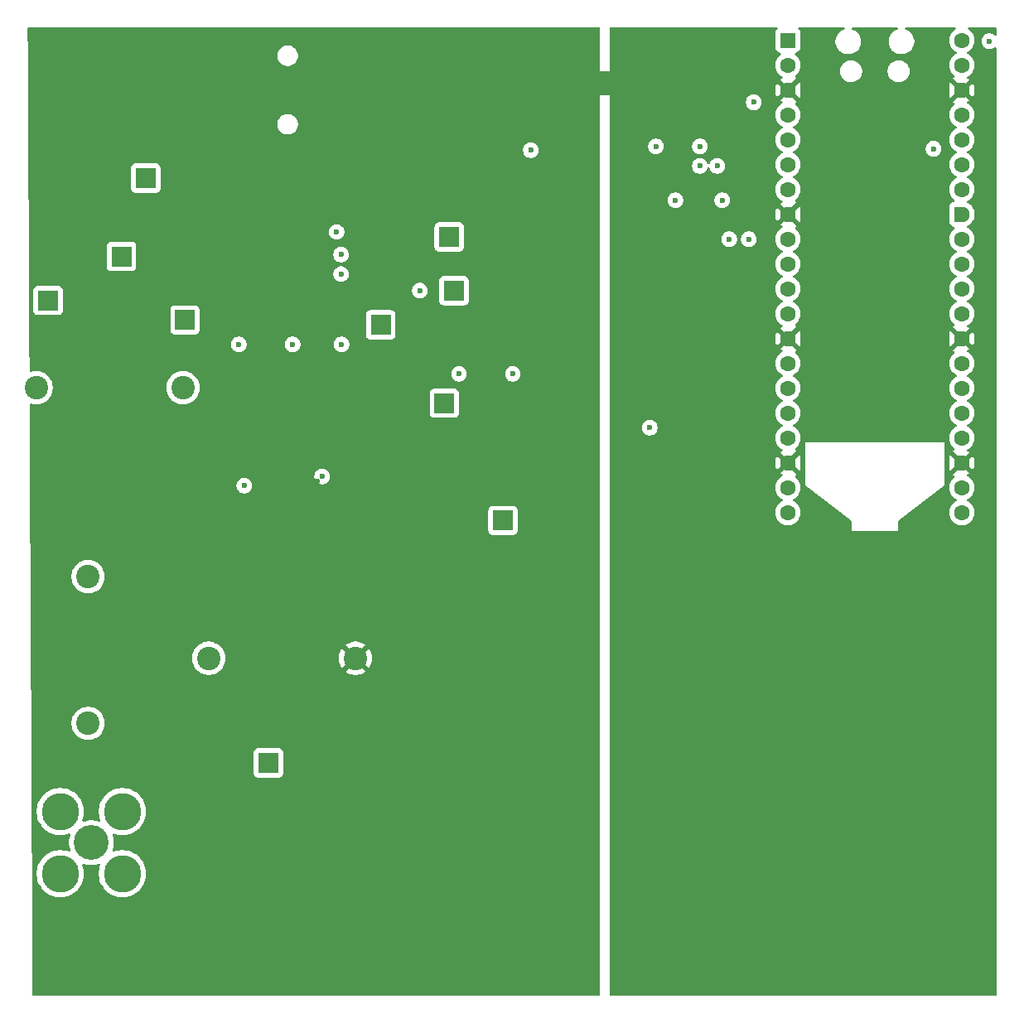
<source format=gbr>
%TF.GenerationSoftware,KiCad,Pcbnew,9.0.1*%
%TF.CreationDate,2025-05-08T16:34:57-07:00*%
%TF.ProjectId,Revision_Board,52657669-7369-46f6-9e5f-426f6172642e,rev?*%
%TF.SameCoordinates,Original*%
%TF.FileFunction,Copper,L2,Inr*%
%TF.FilePolarity,Positive*%
%FSLAX46Y46*%
G04 Gerber Fmt 4.6, Leading zero omitted, Abs format (unit mm)*
G04 Created by KiCad (PCBNEW 9.0.1) date 2025-05-08 16:34:57*
%MOMM*%
%LPD*%
G01*
G04 APERTURE LIST*
G04 Aperture macros list*
%AMRoundRect*
0 Rectangle with rounded corners*
0 $1 Rounding radius*
0 $2 $3 $4 $5 $6 $7 $8 $9 X,Y pos of 4 corners*
0 Add a 4 corners polygon primitive as box body*
4,1,4,$2,$3,$4,$5,$6,$7,$8,$9,$2,$3,0*
0 Add four circle primitives for the rounded corners*
1,1,$1+$1,$2,$3*
1,1,$1+$1,$4,$5*
1,1,$1+$1,$6,$7*
1,1,$1+$1,$8,$9*
0 Add four rect primitives between the rounded corners*
20,1,$1+$1,$2,$3,$4,$5,0*
20,1,$1+$1,$4,$5,$6,$7,0*
20,1,$1+$1,$6,$7,$8,$9,0*
20,1,$1+$1,$8,$9,$2,$3,0*%
%AMFreePoly0*
4,1,37,0.603843,0.796157,0.639018,0.796157,0.711114,0.766294,0.766294,0.711114,0.796157,0.639018,0.796157,0.603843,0.800000,0.600000,0.800000,-0.600000,0.796157,-0.603843,0.796157,-0.639018,0.766294,-0.711114,0.711114,-0.766294,0.639018,-0.796157,0.603843,-0.796157,0.600000,-0.800000,0.000000,-0.800000,0.000000,-0.796148,-0.078414,-0.796148,-0.232228,-0.765552,-0.377117,-0.705537,
-0.507515,-0.618408,-0.618408,-0.507515,-0.705537,-0.377117,-0.765552,-0.232228,-0.796148,-0.078414,-0.796148,0.078414,-0.765552,0.232228,-0.705537,0.377117,-0.618408,0.507515,-0.507515,0.618408,-0.377117,0.705537,-0.232228,0.765552,-0.078414,0.796148,0.000000,0.796148,0.000000,0.800000,0.600000,0.800000,0.603843,0.796157,0.603843,0.796157,$1*%
%AMFreePoly1*
4,1,37,0.000000,0.796148,0.078414,0.796148,0.232228,0.765552,0.377117,0.705537,0.507515,0.618408,0.618408,0.507515,0.705537,0.377117,0.765552,0.232228,0.796148,0.078414,0.796148,-0.078414,0.765552,-0.232228,0.705537,-0.377117,0.618408,-0.507515,0.507515,-0.618408,0.377117,-0.705537,0.232228,-0.765552,0.078414,-0.796148,0.000000,-0.796148,0.000000,-0.800000,-0.600000,-0.800000,
-0.603843,-0.796157,-0.639018,-0.796157,-0.711114,-0.766294,-0.766294,-0.711114,-0.796157,-0.639018,-0.796157,-0.603843,-0.800000,-0.600000,-0.800000,0.600000,-0.796157,0.603843,-0.796157,0.639018,-0.766294,0.711114,-0.711114,0.766294,-0.639018,0.796157,-0.603843,0.796157,-0.600000,0.800000,0.000000,0.800000,0.000000,0.796148,0.000000,0.796148,$1*%
G04 Aperture macros list end*
%TA.AperFunction,ComponentPad*%
%ADD10R,2.000000X2.000000*%
%TD*%
%TA.AperFunction,ComponentPad*%
%ADD11C,2.400000*%
%TD*%
%TA.AperFunction,ComponentPad*%
%ADD12RoundRect,0.200000X-0.600000X-0.600000X0.600000X-0.600000X0.600000X0.600000X-0.600000X0.600000X0*%
%TD*%
%TA.AperFunction,ComponentPad*%
%ADD13C,1.600000*%
%TD*%
%TA.AperFunction,ComponentPad*%
%ADD14FreePoly0,0.000000*%
%TD*%
%TA.AperFunction,ComponentPad*%
%ADD15FreePoly1,0.000000*%
%TD*%
%TA.AperFunction,ComponentPad*%
%ADD16C,3.556000*%
%TD*%
%TA.AperFunction,ComponentPad*%
%ADD17C,3.810000*%
%TD*%
%TA.AperFunction,ViaPad*%
%ADD18C,0.600000*%
%TD*%
G04 APERTURE END LIST*
D10*
%TO.N,Net-(U1-1IN+)*%
%TO.C,TP8(180)1*%
X14575000Y-40432500D03*
%TD*%
%TO.N,Net-(U1-2OUT)*%
%TO.C,TP1(Q)1*%
X55575000Y-33932500D03*
%TD*%
%TO.N,Net-(U1-2IN-)*%
%TO.C,TP7(90)1*%
X56075000Y-39432500D03*
%TD*%
D11*
%TO.N,Net-(C10-Pad1)*%
%TO.C,L2*%
X31000000Y-77000000D03*
%TO.N,GND*%
X46000000Y-77000000D03*
%TD*%
D10*
%TO.N,Net-(U1-1OUT)*%
%TO.C,TP3(I)1*%
X24575000Y-27932500D03*
%TD*%
%TO.N,Net-(U2-S0)*%
%TO.C,TP9(QLO)1*%
X61075000Y-62932500D03*
%TD*%
%TO.N,Net-(U2-S1)*%
%TO.C,TP10 (ILO)1*%
X55075000Y-50932500D03*
%TD*%
D11*
%TO.N,Net-(C12-Pad2)*%
%TO.C,L3*%
X18675000Y-83670000D03*
%TO.N,Net-(C10-Pad1)*%
X18675000Y-68670000D03*
%TD*%
D10*
%TO.N,Net-(U1-2IN+)*%
%TO.C,TP6*%
X48575000Y-42932500D03*
%TD*%
%TO.N,Net-(U2-1A)*%
%TO.C,TP13(RXNS)1*%
X28575000Y-42432500D03*
%TD*%
D11*
%TO.N,Net-(C10-Pad2)*%
%TO.C,L1*%
X13360000Y-49337500D03*
%TO.N,Net-(U2-1A)*%
X28360000Y-49337500D03*
%TD*%
D10*
%TO.N,Net-(C12-Pad1)*%
%TO.C,TP14(RXIN)1*%
X37105000Y-87715000D03*
%TD*%
D12*
%TO.N,unconnected-(A1-GPIO0-Pad1)*%
%TO.C,A1*%
X90185000Y-13840000D03*
D13*
%TO.N,unconnected-(A1-GPIO1-Pad2)*%
X90185000Y-16380000D03*
D14*
%TO.N,GND*%
X90185000Y-18920000D03*
D13*
%TO.N,GPIO2*%
X90185000Y-21460000D03*
%TO.N,GPIO3*%
X90185000Y-24000000D03*
%TO.N,unconnected-(A1-GPIO4-Pad6)_1*%
X90185000Y-26540000D03*
%TO.N,unconnected-(A1-GPIO5-Pad7)*%
X90185000Y-29080000D03*
D14*
%TO.N,GND*%
X90185000Y-31620000D03*
D13*
%TO.N,unconnected-(A1-GPIO6-Pad9)*%
X90185000Y-34160000D03*
%TO.N,unconnected-(A1-GPIO7-Pad10)_1*%
X90185000Y-36700000D03*
%TO.N,unconnected-(A1-GPIO8-Pad11)*%
X90185000Y-39240000D03*
%TO.N,unconnected-(A1-GPIO9-Pad12)*%
X90185000Y-41780000D03*
D14*
%TO.N,GND*%
X90185000Y-44320000D03*
D13*
%TO.N,unconnected-(A1-GPIO10-Pad14)*%
X90185000Y-46860000D03*
%TO.N,unconnected-(A1-GPIO11-Pad15)_1*%
X90185000Y-49400000D03*
%TO.N,unconnected-(A1-GPIO12-Pad16)_1*%
X90185000Y-51940000D03*
%TO.N,unconnected-(A1-GPIO13-Pad17)*%
X90185000Y-54480000D03*
D14*
%TO.N,GND*%
X90185000Y-57020000D03*
D13*
%TO.N,unconnected-(A1-GPIO14-Pad19)_1*%
X90185000Y-59560000D03*
%TO.N,unconnected-(A1-GPIO15-Pad20)_1*%
X90185000Y-62100000D03*
%TO.N,unconnected-(A1-GPIO16-Pad21)_1*%
X107965000Y-62100000D03*
%TO.N,unconnected-(A1-GPIO17-Pad22)_1*%
X107965000Y-59560000D03*
D15*
%TO.N,GND*%
X107965000Y-57020000D03*
D13*
%TO.N,unconnected-(A1-GPIO18-Pad24)_1*%
X107965000Y-54480000D03*
%TO.N,unconnected-(A1-GPIO19-Pad25)*%
X107965000Y-51940000D03*
%TO.N,unconnected-(A1-GPIO20-Pad26)*%
X107965000Y-49400000D03*
%TO.N,unconnected-(A1-GPIO21-Pad27)*%
X107965000Y-46860000D03*
D15*
%TO.N,GND*%
X107965000Y-44320000D03*
D13*
%TO.N,unconnected-(A1-GPIO22-Pad29)*%
X107965000Y-41780000D03*
%TO.N,unconnected-(A1-RUN-Pad30)_1*%
X107965000Y-39240000D03*
%TO.N,unconnected-(A1-GPIO26_ADC0-Pad31)*%
X107965000Y-36700000D03*
%TO.N,unconnected-(A1-GPIO27_ADC1-Pad32)_1*%
X107965000Y-34160000D03*
D15*
%TO.N,unconnected-(A1-AGND-Pad33)*%
X107965000Y-31620000D03*
D13*
%TO.N,unconnected-(A1-GPIO28_ADC2-Pad34)_1*%
X107965000Y-29080000D03*
%TO.N,unconnected-(A1-ADC_VREF-Pad35)*%
X107965000Y-26540000D03*
%TO.N,+3.3V*%
X107965000Y-24000000D03*
%TO.N,unconnected-(A1-3V3_EN-Pad37)_1*%
X107965000Y-21460000D03*
D15*
%TO.N,GND*%
X107965000Y-18920000D03*
D13*
%TO.N,unconnected-(A1-VSYS-Pad39)*%
X107965000Y-16380000D03*
%TO.N,+5V*%
X107965000Y-13840000D03*
%TD*%
D16*
%TO.N,Net-(J1-In)*%
%TO.C,J1*%
X19000000Y-95845000D03*
D17*
%TO.N,Net-(J1-Ext)*%
X22175000Y-92670000D03*
X15825000Y-92670000D03*
X22175000Y-99020000D03*
X15825000Y-99020000D03*
%TD*%
D10*
%TO.N,Net-(U1-1IN-)*%
%TO.C,TP2(0)1*%
X22075000Y-35932500D03*
%TD*%
D18*
%TO.N,Smoothed 5V*%
X42575000Y-58432500D03*
X44075000Y-33432500D03*
X63912500Y-25070000D03*
X34632500Y-59372500D03*
%TO.N,GND*%
X63875000Y-19895000D03*
X29075000Y-16932500D03*
X42075000Y-58932500D03*
X26075000Y-38932500D03*
X74087500Y-34895000D03*
X83575000Y-18432500D03*
X42575000Y-48932500D03*
X51575000Y-37932500D03*
X38075000Y-40432500D03*
X75875000Y-47395000D03*
X35575000Y-38432500D03*
X19315000Y-106515000D03*
X24075000Y-59432500D03*
X78195000Y-23682500D03*
X34475000Y-68485000D03*
X86695000Y-16682500D03*
X40075000Y-40432500D03*
X74587500Y-41395000D03*
%TO.N,+3.3V*%
X86695000Y-20182500D03*
X105075000Y-24932500D03*
%TO.N,GPIO2*%
X84195000Y-34182500D03*
X86195000Y-34182500D03*
%TO.N,+5V*%
X110775000Y-13932500D03*
X76075000Y-53432500D03*
%TO.N,Net-(U1-2IN-)*%
X39575000Y-44932500D03*
X52575000Y-39432500D03*
X44525000Y-35747500D03*
X44525000Y-37747500D03*
X44575000Y-44932500D03*
%TO.N,Net-(U1-1IN+)*%
X34075000Y-44932500D03*
%TO.N,Net-(Y1-XB)*%
X83475000Y-30182500D03*
X78695000Y-30182500D03*
%TO.N,Net-(Y1-XA)*%
X82970000Y-26682500D03*
X81195000Y-24682500D03*
X81195000Y-26682500D03*
X76695000Y-24682500D03*
%TO.N,Net-(U2-S1)*%
X56575000Y-47932500D03*
X62075000Y-47932500D03*
%TD*%
%TA.AperFunction,Conductor*%
%TO.N,GND*%
G36*
X70943039Y-12519685D02*
G01*
X70988794Y-12572489D01*
X71000000Y-12624000D01*
X71000000Y-17000000D01*
X72000000Y-17000000D01*
X72000000Y-12624000D01*
X72019685Y-12556961D01*
X72072489Y-12511206D01*
X72124000Y-12500000D01*
X89034980Y-12500000D01*
X89102019Y-12519685D01*
X89147774Y-12572489D01*
X89157718Y-12641647D01*
X89128693Y-12705203D01*
X89122661Y-12711681D01*
X89029531Y-12804810D01*
X89029530Y-12804811D01*
X88941522Y-12950393D01*
X88890913Y-13112807D01*
X88884500Y-13183386D01*
X88884500Y-14496613D01*
X88890913Y-14567192D01*
X88890913Y-14567194D01*
X88890914Y-14567196D01*
X88914191Y-14641897D01*
X88941522Y-14729606D01*
X89029530Y-14875188D01*
X89149811Y-14995469D01*
X89149813Y-14995470D01*
X89149815Y-14995472D01*
X89295394Y-15083478D01*
X89382566Y-15110641D01*
X89440712Y-15149378D01*
X89468686Y-15213403D01*
X89457605Y-15282388D01*
X89418560Y-15329344D01*
X89337782Y-15388032D01*
X89193028Y-15532786D01*
X89072715Y-15698386D01*
X88979781Y-15880776D01*
X88916522Y-16075465D01*
X88889120Y-16248477D01*
X88884500Y-16277648D01*
X88884500Y-16482352D01*
X88884603Y-16483000D01*
X88916522Y-16684534D01*
X88979781Y-16879223D01*
X89072715Y-17061613D01*
X89193028Y-17227213D01*
X89337786Y-17371971D01*
X89503388Y-17492286D01*
X89503390Y-17492287D01*
X89589294Y-17536057D01*
X89640090Y-17584031D01*
X89656886Y-17651852D01*
X89634349Y-17717987D01*
X89591455Y-17755899D01*
X89525497Y-17791155D01*
X89456086Y-17837534D01*
X89456085Y-17837534D01*
X90055589Y-18437037D01*
X89992007Y-18454075D01*
X89877993Y-18519901D01*
X89784901Y-18612993D01*
X89719075Y-18727007D01*
X89702037Y-18790588D01*
X89102534Y-18191085D01*
X89102534Y-18191086D01*
X89056158Y-18260493D01*
X89009490Y-18347801D01*
X88949185Y-18493387D01*
X88920444Y-18588135D01*
X88889701Y-18742697D01*
X88889701Y-18742700D01*
X88880000Y-18841210D01*
X88880000Y-18998789D01*
X88889701Y-19097299D01*
X88889701Y-19097302D01*
X88920444Y-19251864D01*
X88949185Y-19346612D01*
X89009490Y-19492198D01*
X89056155Y-19579501D01*
X89056161Y-19579511D01*
X89102534Y-19648912D01*
X89702037Y-19049410D01*
X89719075Y-19112993D01*
X89784901Y-19227007D01*
X89877993Y-19320099D01*
X89992007Y-19385925D01*
X90055589Y-19402962D01*
X89456085Y-20002465D01*
X89525488Y-20048838D01*
X89525498Y-20048844D01*
X89591454Y-20084099D01*
X89641298Y-20133062D01*
X89656758Y-20201200D01*
X89632926Y-20266879D01*
X89589295Y-20303942D01*
X89503386Y-20347715D01*
X89337786Y-20468028D01*
X89193028Y-20612786D01*
X89072715Y-20778386D01*
X88979781Y-20960776D01*
X88916522Y-21155465D01*
X88884500Y-21357648D01*
X88884500Y-21562351D01*
X88916522Y-21764534D01*
X88979781Y-21959223D01*
X89072715Y-22141613D01*
X89193028Y-22307213D01*
X89337786Y-22451971D01*
X89453398Y-22535966D01*
X89503390Y-22572287D01*
X89594840Y-22618883D01*
X89596080Y-22619515D01*
X89646876Y-22667490D01*
X89663671Y-22735311D01*
X89641134Y-22801446D01*
X89596080Y-22840485D01*
X89503386Y-22887715D01*
X89337786Y-23008028D01*
X89193028Y-23152786D01*
X89072715Y-23318386D01*
X88979781Y-23500776D01*
X88916522Y-23695465D01*
X88884500Y-23897648D01*
X88884500Y-24102351D01*
X88916522Y-24304534D01*
X88979781Y-24499223D01*
X89072715Y-24681613D01*
X89193028Y-24847213D01*
X89337786Y-24991971D01*
X89492749Y-25104556D01*
X89503390Y-25112287D01*
X89575137Y-25148844D01*
X89596080Y-25159515D01*
X89646876Y-25207490D01*
X89663671Y-25275311D01*
X89641134Y-25341446D01*
X89596080Y-25380485D01*
X89503386Y-25427715D01*
X89337786Y-25548028D01*
X89193028Y-25692786D01*
X89072715Y-25858386D01*
X88979781Y-26040776D01*
X88916522Y-26235465D01*
X88884500Y-26437648D01*
X88884500Y-26642351D01*
X88916522Y-26844534D01*
X88979781Y-27039223D01*
X89043691Y-27164653D01*
X89058029Y-27192792D01*
X89072715Y-27221613D01*
X89193028Y-27387213D01*
X89337786Y-27531971D01*
X89492749Y-27644556D01*
X89503390Y-27652287D01*
X89594840Y-27698883D01*
X89596080Y-27699515D01*
X89646876Y-27747490D01*
X89663671Y-27815311D01*
X89641134Y-27881446D01*
X89596080Y-27920485D01*
X89503386Y-27967715D01*
X89337786Y-28088028D01*
X89193028Y-28232786D01*
X89072715Y-28398386D01*
X88979781Y-28580776D01*
X88916522Y-28775465D01*
X88884500Y-28977648D01*
X88884500Y-29182351D01*
X88916522Y-29384534D01*
X88979781Y-29579223D01*
X89072715Y-29761613D01*
X89193028Y-29927213D01*
X89337786Y-30071971D01*
X89503388Y-30192286D01*
X89503390Y-30192287D01*
X89589294Y-30236057D01*
X89640090Y-30284031D01*
X89656886Y-30351852D01*
X89634349Y-30417987D01*
X89591455Y-30455899D01*
X89525497Y-30491155D01*
X89456086Y-30537534D01*
X89456085Y-30537534D01*
X90055589Y-31137037D01*
X89992007Y-31154075D01*
X89877993Y-31219901D01*
X89784901Y-31312993D01*
X89719075Y-31427007D01*
X89702037Y-31490588D01*
X89102534Y-30891085D01*
X89102534Y-30891086D01*
X89056158Y-30960493D01*
X89009490Y-31047801D01*
X88949185Y-31193387D01*
X88920444Y-31288135D01*
X88889701Y-31442697D01*
X88889701Y-31442700D01*
X88880000Y-31541210D01*
X88880000Y-31698789D01*
X88889701Y-31797299D01*
X88889701Y-31797302D01*
X88920444Y-31951864D01*
X88949185Y-32046612D01*
X89009490Y-32192198D01*
X89056155Y-32279501D01*
X89056161Y-32279511D01*
X89102534Y-32348912D01*
X89702037Y-31749410D01*
X89719075Y-31812993D01*
X89784901Y-31927007D01*
X89877993Y-32020099D01*
X89992007Y-32085925D01*
X90055589Y-32102962D01*
X89456085Y-32702465D01*
X89525488Y-32748838D01*
X89525498Y-32748844D01*
X89591454Y-32784099D01*
X89641298Y-32833062D01*
X89656758Y-32901200D01*
X89632926Y-32966879D01*
X89589295Y-33003942D01*
X89503386Y-33047715D01*
X89337786Y-33168028D01*
X89193028Y-33312786D01*
X89072715Y-33478386D01*
X88979781Y-33660776D01*
X88916522Y-33855465D01*
X88884500Y-34057648D01*
X88884500Y-34262351D01*
X88916522Y-34464534D01*
X88979781Y-34659223D01*
X88996886Y-34692792D01*
X89064258Y-34825017D01*
X89072715Y-34841613D01*
X89193028Y-35007213D01*
X89337786Y-35151971D01*
X89492749Y-35264556D01*
X89503390Y-35272287D01*
X89594840Y-35318883D01*
X89596080Y-35319515D01*
X89646876Y-35367490D01*
X89663671Y-35435311D01*
X89641134Y-35501446D01*
X89596080Y-35540485D01*
X89503386Y-35587715D01*
X89337786Y-35708028D01*
X89193028Y-35852786D01*
X89072715Y-36018386D01*
X88979781Y-36200776D01*
X88916522Y-36395465D01*
X88884500Y-36597648D01*
X88884500Y-36802351D01*
X88916522Y-37004534D01*
X88979781Y-37199223D01*
X89072714Y-37381612D01*
X89193028Y-37547213D01*
X89337786Y-37691971D01*
X89492749Y-37804556D01*
X89503390Y-37812287D01*
X89594840Y-37858883D01*
X89596080Y-37859515D01*
X89646876Y-37907490D01*
X89663671Y-37975311D01*
X89641134Y-38041446D01*
X89596080Y-38080485D01*
X89503386Y-38127715D01*
X89337786Y-38248028D01*
X89193028Y-38392786D01*
X89072715Y-38558386D01*
X88979781Y-38740776D01*
X88916522Y-38935465D01*
X88884500Y-39137648D01*
X88884500Y-39342351D01*
X88916522Y-39544534D01*
X88979781Y-39739223D01*
X89072715Y-39921613D01*
X89193028Y-40087213D01*
X89337786Y-40231971D01*
X89492749Y-40344556D01*
X89503390Y-40352287D01*
X89594840Y-40398883D01*
X89596080Y-40399515D01*
X89646876Y-40447490D01*
X89663671Y-40515311D01*
X89641134Y-40581446D01*
X89596080Y-40620485D01*
X89503386Y-40667715D01*
X89337786Y-40788028D01*
X89193028Y-40932786D01*
X89072715Y-41098386D01*
X88979781Y-41280776D01*
X88916522Y-41475465D01*
X88900765Y-41574954D01*
X88884500Y-41677648D01*
X88884500Y-41882352D01*
X88884861Y-41884629D01*
X88916522Y-42084534D01*
X88979781Y-42279223D01*
X89072715Y-42461613D01*
X89193028Y-42627213D01*
X89337786Y-42771971D01*
X89503388Y-42892286D01*
X89503390Y-42892287D01*
X89589294Y-42936057D01*
X89640090Y-42984031D01*
X89656886Y-43051852D01*
X89634349Y-43117987D01*
X89591455Y-43155899D01*
X89525497Y-43191155D01*
X89456086Y-43237534D01*
X89456085Y-43237534D01*
X90055589Y-43837037D01*
X89992007Y-43854075D01*
X89877993Y-43919901D01*
X89784901Y-44012993D01*
X89719075Y-44127007D01*
X89702037Y-44190588D01*
X89102534Y-43591085D01*
X89102534Y-43591086D01*
X89056158Y-43660493D01*
X89009490Y-43747801D01*
X88949185Y-43893387D01*
X88920444Y-43988135D01*
X88889701Y-44142697D01*
X88889701Y-44142700D01*
X88880000Y-44241210D01*
X88880000Y-44398789D01*
X88889701Y-44497299D01*
X88889701Y-44497302D01*
X88920444Y-44651864D01*
X88949185Y-44746612D01*
X89009490Y-44892198D01*
X89056155Y-44979501D01*
X89056161Y-44979511D01*
X89102534Y-45048912D01*
X89702037Y-44449410D01*
X89719075Y-44512993D01*
X89784901Y-44627007D01*
X89877993Y-44720099D01*
X89992007Y-44785925D01*
X90055589Y-44802962D01*
X89456085Y-45402465D01*
X89525488Y-45448838D01*
X89525498Y-45448844D01*
X89591454Y-45484099D01*
X89641298Y-45533062D01*
X89656758Y-45601200D01*
X89632926Y-45666879D01*
X89589295Y-45703942D01*
X89503386Y-45747715D01*
X89337786Y-45868028D01*
X89193028Y-46012786D01*
X89072715Y-46178386D01*
X88979781Y-46360776D01*
X88916522Y-46555465D01*
X88884500Y-46757648D01*
X88884500Y-46962351D01*
X88916522Y-47164531D01*
X88979781Y-47359223D01*
X89072715Y-47541613D01*
X89193028Y-47707213D01*
X89337786Y-47851971D01*
X89467129Y-47945942D01*
X89503390Y-47972287D01*
X89594840Y-48018883D01*
X89596080Y-48019515D01*
X89646876Y-48067490D01*
X89663671Y-48135311D01*
X89641134Y-48201446D01*
X89596080Y-48240485D01*
X89503386Y-48287715D01*
X89337786Y-48408028D01*
X89193028Y-48552786D01*
X89072715Y-48718386D01*
X88979781Y-48900776D01*
X88916522Y-49095465D01*
X88884500Y-49297648D01*
X88884500Y-49502351D01*
X88916522Y-49704534D01*
X88979781Y-49899223D01*
X89072715Y-50081613D01*
X89193028Y-50247213D01*
X89337786Y-50391971D01*
X89492749Y-50504556D01*
X89503390Y-50512287D01*
X89594840Y-50558883D01*
X89596080Y-50559515D01*
X89646876Y-50607490D01*
X89663671Y-50675311D01*
X89641134Y-50741446D01*
X89596080Y-50780485D01*
X89503386Y-50827715D01*
X89337786Y-50948028D01*
X89193028Y-51092786D01*
X89072715Y-51258386D01*
X88979781Y-51440776D01*
X88916522Y-51635465D01*
X88884500Y-51837648D01*
X88884500Y-52042351D01*
X88916522Y-52244534D01*
X88979781Y-52439223D01*
X89072715Y-52621613D01*
X89193028Y-52787213D01*
X89337786Y-52931971D01*
X89492749Y-53044556D01*
X89503390Y-53052287D01*
X89594840Y-53098883D01*
X89596080Y-53099515D01*
X89646876Y-53147490D01*
X89663671Y-53215311D01*
X89641134Y-53281446D01*
X89596080Y-53320485D01*
X89503386Y-53367715D01*
X89337786Y-53488028D01*
X89193028Y-53632786D01*
X89072715Y-53798386D01*
X88979781Y-53980776D01*
X88916522Y-54175465D01*
X88884500Y-54377648D01*
X88884500Y-54582351D01*
X88916522Y-54784534D01*
X88979781Y-54979223D01*
X89072715Y-55161613D01*
X89193028Y-55327213D01*
X89337786Y-55471971D01*
X89503388Y-55592286D01*
X89503390Y-55592287D01*
X89589294Y-55636057D01*
X89640090Y-55684031D01*
X89656886Y-55751852D01*
X89634349Y-55817987D01*
X89591455Y-55855899D01*
X89525497Y-55891155D01*
X89456086Y-55937534D01*
X89456085Y-55937534D01*
X90055589Y-56537037D01*
X89992007Y-56554075D01*
X89877993Y-56619901D01*
X89784901Y-56712993D01*
X89719075Y-56827007D01*
X89702037Y-56890588D01*
X89102534Y-56291085D01*
X89102534Y-56291086D01*
X89056158Y-56360493D01*
X89009490Y-56447801D01*
X88949185Y-56593387D01*
X88920444Y-56688135D01*
X88889701Y-56842697D01*
X88889701Y-56842700D01*
X88880000Y-56941210D01*
X88880000Y-57098789D01*
X88889701Y-57197299D01*
X88889701Y-57197302D01*
X88920444Y-57351864D01*
X88949185Y-57446612D01*
X89009490Y-57592198D01*
X89056155Y-57679501D01*
X89056161Y-57679511D01*
X89102534Y-57748912D01*
X89702037Y-57149410D01*
X89719075Y-57212993D01*
X89784901Y-57327007D01*
X89877993Y-57420099D01*
X89992007Y-57485925D01*
X90055589Y-57502962D01*
X89456085Y-58102465D01*
X89525488Y-58148838D01*
X89525498Y-58148844D01*
X89591454Y-58184099D01*
X89641298Y-58233062D01*
X89656758Y-58301200D01*
X89632926Y-58366879D01*
X89589295Y-58403942D01*
X89503386Y-58447715D01*
X89337786Y-58568028D01*
X89193028Y-58712786D01*
X89072715Y-58878386D01*
X88979781Y-59060776D01*
X88916522Y-59255465D01*
X88884500Y-59457648D01*
X88884500Y-59662351D01*
X88916522Y-59864534D01*
X88979781Y-60059223D01*
X89072715Y-60241613D01*
X89193028Y-60407213D01*
X89337786Y-60551971D01*
X89492749Y-60664556D01*
X89503390Y-60672287D01*
X89594840Y-60718883D01*
X89596080Y-60719515D01*
X89646876Y-60767490D01*
X89663671Y-60835311D01*
X89641134Y-60901446D01*
X89596080Y-60940485D01*
X89503386Y-60987715D01*
X89337786Y-61108028D01*
X89193028Y-61252786D01*
X89072715Y-61418386D01*
X88979781Y-61600776D01*
X88916522Y-61795465D01*
X88884500Y-61997648D01*
X88884500Y-62202351D01*
X88916522Y-62404534D01*
X88979781Y-62599223D01*
X89072715Y-62781613D01*
X89193028Y-62947213D01*
X89337786Y-63091971D01*
X89492749Y-63204556D01*
X89503390Y-63212287D01*
X89619607Y-63271503D01*
X89685776Y-63305218D01*
X89685778Y-63305218D01*
X89685781Y-63305220D01*
X89790137Y-63339127D01*
X89880465Y-63368477D01*
X89981557Y-63384488D01*
X90082648Y-63400500D01*
X90082649Y-63400500D01*
X90287351Y-63400500D01*
X90287352Y-63400500D01*
X90489534Y-63368477D01*
X90684219Y-63305220D01*
X90866610Y-63212287D01*
X90959590Y-63144732D01*
X91032213Y-63091971D01*
X91032215Y-63091968D01*
X91032219Y-63091966D01*
X91176966Y-62947219D01*
X91176968Y-62947215D01*
X91176971Y-62947213D01*
X91229732Y-62874590D01*
X91297287Y-62781610D01*
X91390220Y-62599219D01*
X91453477Y-62404534D01*
X91485500Y-62202352D01*
X91485500Y-61997648D01*
X91467597Y-61884616D01*
X91453477Y-61795465D01*
X91390218Y-61600776D01*
X91356503Y-61534607D01*
X91297287Y-61418390D01*
X91289556Y-61407749D01*
X91176971Y-61252786D01*
X91032213Y-61108028D01*
X90866614Y-60987715D01*
X90860006Y-60984348D01*
X90773917Y-60940483D01*
X90723123Y-60892511D01*
X90706328Y-60824690D01*
X90728865Y-60758555D01*
X90773917Y-60719516D01*
X90866610Y-60672287D01*
X90887770Y-60656913D01*
X91032213Y-60551971D01*
X91032215Y-60551968D01*
X91032219Y-60551966D01*
X91176966Y-60407219D01*
X91176968Y-60407215D01*
X91176971Y-60407213D01*
X91229732Y-60334590D01*
X91297287Y-60241610D01*
X91390220Y-60059219D01*
X91453477Y-59864534D01*
X91485500Y-59662352D01*
X91485500Y-59457648D01*
X91462098Y-59309895D01*
X91975000Y-59309895D01*
X96627057Y-62922663D01*
X96667931Y-62979327D01*
X96675000Y-63020597D01*
X96675000Y-63970000D01*
X101475000Y-63970000D01*
X101475000Y-63020597D01*
X101494685Y-62953558D01*
X101522941Y-62922664D01*
X106175000Y-59309895D01*
X106175000Y-54970000D01*
X91975000Y-54970000D01*
X91975000Y-59309895D01*
X91462098Y-59309895D01*
X91453477Y-59255466D01*
X91446177Y-59233000D01*
X91390218Y-59060776D01*
X91355844Y-58993314D01*
X91297287Y-58878390D01*
X91285532Y-58862211D01*
X91176971Y-58712786D01*
X91032217Y-58568032D01*
X90955415Y-58512232D01*
X90912750Y-58456902D01*
X90906771Y-58387288D01*
X90939377Y-58325494D01*
X90997640Y-58291765D01*
X91018039Y-58286559D01*
X91074584Y-58263136D01*
X91074584Y-58263135D01*
X90314410Y-57502962D01*
X90377993Y-57485925D01*
X90492007Y-57420099D01*
X90585099Y-57327007D01*
X90650925Y-57212993D01*
X90667962Y-57149411D01*
X91428135Y-57909584D01*
X91428136Y-57909584D01*
X91451552Y-57853053D01*
X91469544Y-57802053D01*
X91489999Y-57659780D01*
X91490000Y-57659779D01*
X91490000Y-56380214D01*
X91487106Y-56326237D01*
X91487106Y-56326235D01*
X91451561Y-56186969D01*
X91451559Y-56186962D01*
X91428135Y-56130414D01*
X90667962Y-56890588D01*
X90650925Y-56827007D01*
X90585099Y-56712993D01*
X90492007Y-56619901D01*
X90377993Y-56554075D01*
X90314410Y-56537037D01*
X91074584Y-55776862D01*
X91018059Y-55753449D01*
X91018048Y-55753445D01*
X90989374Y-55743329D01*
X90932703Y-55702462D01*
X90907122Y-55637443D01*
X90920754Y-55568916D01*
X90957745Y-55526074D01*
X91032215Y-55471969D01*
X91032215Y-55471968D01*
X91032219Y-55471966D01*
X91176966Y-55327219D01*
X91176968Y-55327215D01*
X91176971Y-55327213D01*
X91229732Y-55254590D01*
X91297287Y-55161610D01*
X91390220Y-54979219D01*
X91453477Y-54784534D01*
X91485500Y-54582352D01*
X91485500Y-54377648D01*
X91462590Y-54233000D01*
X91453477Y-54175465D01*
X91390218Y-53980776D01*
X91356503Y-53914607D01*
X91297287Y-53798390D01*
X91289556Y-53787749D01*
X91176971Y-53632786D01*
X91032213Y-53488028D01*
X90866614Y-53367715D01*
X90860006Y-53364348D01*
X90773917Y-53320483D01*
X90723123Y-53272511D01*
X90706328Y-53204690D01*
X90728865Y-53138555D01*
X90773917Y-53099516D01*
X90866610Y-53052287D01*
X90887770Y-53036913D01*
X91032213Y-52931971D01*
X91032215Y-52931968D01*
X91032219Y-52931966D01*
X91176966Y-52787219D01*
X91176968Y-52787215D01*
X91176971Y-52787213D01*
X91267387Y-52662764D01*
X91297287Y-52621610D01*
X91390220Y-52439219D01*
X91453477Y-52244534D01*
X91485500Y-52042352D01*
X91485500Y-51837648D01*
X91453477Y-51635466D01*
X91390220Y-51440781D01*
X91390218Y-51440778D01*
X91390218Y-51440776D01*
X91356503Y-51374607D01*
X91297287Y-51258390D01*
X91289556Y-51247749D01*
X91176971Y-51092786D01*
X91032213Y-50948028D01*
X90866614Y-50827715D01*
X90860006Y-50824348D01*
X90773917Y-50780483D01*
X90723123Y-50732511D01*
X90706328Y-50664690D01*
X90728865Y-50598555D01*
X90773917Y-50559516D01*
X90866610Y-50512287D01*
X90937024Y-50461129D01*
X91032213Y-50391971D01*
X91032215Y-50391968D01*
X91032219Y-50391966D01*
X91176966Y-50247219D01*
X91176968Y-50247215D01*
X91176971Y-50247213D01*
X91229732Y-50174590D01*
X91297287Y-50081610D01*
X91390220Y-49899219D01*
X91453477Y-49704534D01*
X91485500Y-49502352D01*
X91485500Y-49297648D01*
X91453477Y-49095466D01*
X91390220Y-48900781D01*
X91390218Y-48900778D01*
X91390218Y-48900776D01*
X91333626Y-48789709D01*
X91297287Y-48718390D01*
X91285550Y-48702235D01*
X91176971Y-48552786D01*
X91032213Y-48408028D01*
X90866614Y-48287715D01*
X90860006Y-48284348D01*
X90773917Y-48240483D01*
X90723123Y-48192511D01*
X90706328Y-48124690D01*
X90728865Y-48058555D01*
X90773917Y-48019516D01*
X90866610Y-47972287D01*
X90902871Y-47945942D01*
X91032213Y-47851971D01*
X91032215Y-47851968D01*
X91032219Y-47851966D01*
X91176966Y-47707219D01*
X91176968Y-47707215D01*
X91176971Y-47707213D01*
X91255601Y-47598986D01*
X91297287Y-47541610D01*
X91390220Y-47359219D01*
X91453477Y-47164534D01*
X91453476Y-47164534D01*
X91453478Y-47164531D01*
X91485500Y-46962351D01*
X91485500Y-46757648D01*
X91453477Y-46555465D01*
X91390218Y-46360776D01*
X91356503Y-46294607D01*
X91297287Y-46178390D01*
X91289556Y-46167749D01*
X91176971Y-46012786D01*
X91032217Y-45868032D01*
X90955415Y-45812232D01*
X90912750Y-45756902D01*
X90906771Y-45687288D01*
X90939377Y-45625494D01*
X90997640Y-45591765D01*
X91018039Y-45586559D01*
X91074584Y-45563136D01*
X91074584Y-45563135D01*
X90314410Y-44802962D01*
X90377993Y-44785925D01*
X90492007Y-44720099D01*
X90585099Y-44627007D01*
X90650925Y-44512993D01*
X90667962Y-44449411D01*
X91428135Y-45209584D01*
X91428136Y-45209584D01*
X91451552Y-45153053D01*
X91469544Y-45102053D01*
X91489999Y-44959780D01*
X91490000Y-44959779D01*
X91490000Y-43680224D01*
X91489999Y-43680204D01*
X91487106Y-43626237D01*
X91487106Y-43626235D01*
X91451561Y-43486969D01*
X91451559Y-43486962D01*
X91428135Y-43430414D01*
X90667962Y-44190588D01*
X90650925Y-44127007D01*
X90585099Y-44012993D01*
X90492007Y-43919901D01*
X90377993Y-43854075D01*
X90314410Y-43837037D01*
X91074584Y-43076862D01*
X91018059Y-43053449D01*
X91018048Y-43053445D01*
X90989374Y-43043329D01*
X90932703Y-43002462D01*
X90907122Y-42937443D01*
X90920754Y-42868916D01*
X90957745Y-42826074D01*
X91032215Y-42771969D01*
X91032215Y-42771968D01*
X91032219Y-42771966D01*
X91176966Y-42627219D01*
X91176968Y-42627215D01*
X91176971Y-42627213D01*
X91229732Y-42554590D01*
X91297287Y-42461610D01*
X91390220Y-42279219D01*
X91453477Y-42084534D01*
X91485500Y-41882352D01*
X91485500Y-41677648D01*
X91463696Y-41539983D01*
X91453477Y-41475465D01*
X91390218Y-41280776D01*
X91344048Y-41190164D01*
X91297287Y-41098390D01*
X91280260Y-41074954D01*
X91176971Y-40932786D01*
X91032213Y-40788028D01*
X90866614Y-40667715D01*
X90860006Y-40664348D01*
X90773917Y-40620483D01*
X90723123Y-40572511D01*
X90706328Y-40504690D01*
X90728865Y-40438555D01*
X90773917Y-40399516D01*
X90866610Y-40352287D01*
X90887770Y-40336913D01*
X91032213Y-40231971D01*
X91032215Y-40231968D01*
X91032219Y-40231966D01*
X91176966Y-40087219D01*
X91176968Y-40087215D01*
X91176971Y-40087213D01*
X91229732Y-40014590D01*
X91297287Y-39921610D01*
X91390220Y-39739219D01*
X91453477Y-39544534D01*
X91485500Y-39342352D01*
X91485500Y-39137648D01*
X91453477Y-38935466D01*
X91390220Y-38740781D01*
X91390218Y-38740778D01*
X91390218Y-38740776D01*
X91334793Y-38632000D01*
X91297287Y-38558390D01*
X91267388Y-38517237D01*
X91176971Y-38392786D01*
X91032213Y-38248028D01*
X90866614Y-38127715D01*
X90860006Y-38124348D01*
X90773917Y-38080483D01*
X90723123Y-38032511D01*
X90706328Y-37964690D01*
X90728865Y-37898555D01*
X90773917Y-37859516D01*
X90866610Y-37812287D01*
X90887770Y-37796913D01*
X91032213Y-37691971D01*
X91032215Y-37691968D01*
X91032219Y-37691966D01*
X91176966Y-37547219D01*
X91176968Y-37547215D01*
X91176971Y-37547213D01*
X91297286Y-37381612D01*
X91390218Y-37199223D01*
X91390218Y-37199222D01*
X91390220Y-37199219D01*
X91453477Y-37004534D01*
X91485500Y-36802352D01*
X91485500Y-36597648D01*
X91463207Y-36456897D01*
X91453477Y-36395465D01*
X91390218Y-36200776D01*
X91352463Y-36126679D01*
X91297287Y-36018390D01*
X91270114Y-35980989D01*
X91176971Y-35852786D01*
X91032213Y-35708028D01*
X90866614Y-35587715D01*
X90860006Y-35584348D01*
X90773917Y-35540483D01*
X90723123Y-35492511D01*
X90706328Y-35424690D01*
X90728865Y-35358555D01*
X90773917Y-35319516D01*
X90866610Y-35272287D01*
X90887770Y-35256913D01*
X91032213Y-35151971D01*
X91032215Y-35151968D01*
X91032219Y-35151966D01*
X91176966Y-35007219D01*
X91176968Y-35007215D01*
X91176971Y-35007213D01*
X91229732Y-34934590D01*
X91297287Y-34841610D01*
X91390220Y-34659219D01*
X91453477Y-34464534D01*
X91485500Y-34262352D01*
X91485500Y-34057648D01*
X91453477Y-33855466D01*
X91439247Y-33811672D01*
X91424127Y-33765137D01*
X91390220Y-33660781D01*
X91390218Y-33660778D01*
X91390218Y-33660776D01*
X91356503Y-33594607D01*
X91297287Y-33478390D01*
X91289556Y-33467749D01*
X91176971Y-33312786D01*
X91032217Y-33168032D01*
X90955415Y-33112232D01*
X90912750Y-33056902D01*
X90906771Y-32987288D01*
X90939377Y-32925494D01*
X90997640Y-32891765D01*
X91018039Y-32886559D01*
X91074584Y-32863136D01*
X91074584Y-32863135D01*
X90314410Y-32102962D01*
X90377993Y-32085925D01*
X90492007Y-32020099D01*
X90585099Y-31927007D01*
X90650925Y-31812993D01*
X90667962Y-31749411D01*
X91428135Y-32509584D01*
X91428136Y-32509584D01*
X91451552Y-32453053D01*
X91469544Y-32402053D01*
X91489999Y-32259780D01*
X91490000Y-32259779D01*
X91490000Y-30980224D01*
X91489999Y-30980204D01*
X91487106Y-30926237D01*
X91487106Y-30926235D01*
X91451561Y-30786969D01*
X91451559Y-30786962D01*
X91428135Y-30730414D01*
X90667962Y-31490588D01*
X90650925Y-31427007D01*
X90585099Y-31312993D01*
X90492007Y-31219901D01*
X90377993Y-31154075D01*
X90314410Y-31137037D01*
X91074584Y-30376862D01*
X91018059Y-30353449D01*
X91018048Y-30353445D01*
X90989374Y-30343329D01*
X90932703Y-30302462D01*
X90907122Y-30237443D01*
X90920754Y-30168916D01*
X90957745Y-30126074D01*
X91032215Y-30071969D01*
X91032215Y-30071968D01*
X91032219Y-30071966D01*
X91176966Y-29927219D01*
X91176968Y-29927215D01*
X91176971Y-29927213D01*
X91266982Y-29803321D01*
X91297287Y-29761610D01*
X91390220Y-29579219D01*
X91453477Y-29384534D01*
X91485500Y-29182352D01*
X91485500Y-28977648D01*
X91453477Y-28775466D01*
X91390220Y-28580781D01*
X91390218Y-28580778D01*
X91390218Y-28580776D01*
X91356503Y-28514607D01*
X91297287Y-28398390D01*
X91289556Y-28387749D01*
X91176971Y-28232786D01*
X91032213Y-28088028D01*
X90866614Y-27967715D01*
X90860006Y-27964348D01*
X90773917Y-27920483D01*
X90723123Y-27872511D01*
X90706328Y-27804690D01*
X90728865Y-27738555D01*
X90773917Y-27699516D01*
X90866610Y-27652287D01*
X90887770Y-27636913D01*
X91032213Y-27531971D01*
X91032215Y-27531968D01*
X91032219Y-27531966D01*
X91176966Y-27387219D01*
X91176968Y-27387215D01*
X91176971Y-27387213D01*
X91237220Y-27304286D01*
X91297287Y-27221610D01*
X91390220Y-27039219D01*
X91453477Y-26844534D01*
X91485500Y-26642352D01*
X91485500Y-26437648D01*
X91453477Y-26235466D01*
X91390220Y-26040781D01*
X91390218Y-26040778D01*
X91390218Y-26040776D01*
X91355736Y-25973102D01*
X91297287Y-25858390D01*
X91283735Y-25839737D01*
X91176971Y-25692786D01*
X91032213Y-25548028D01*
X90866614Y-25427715D01*
X90796311Y-25391894D01*
X90773917Y-25380483D01*
X90723123Y-25332511D01*
X90706328Y-25264690D01*
X90728865Y-25198555D01*
X90773917Y-25159516D01*
X90866610Y-25112287D01*
X90887770Y-25096913D01*
X91032213Y-24991971D01*
X91032215Y-24991968D01*
X91032219Y-24991966D01*
X91170532Y-24853653D01*
X104274500Y-24853653D01*
X104274500Y-25011346D01*
X104305261Y-25165989D01*
X104305264Y-25166001D01*
X104365602Y-25311672D01*
X104365609Y-25311685D01*
X104453210Y-25442788D01*
X104453213Y-25442792D01*
X104564707Y-25554286D01*
X104564711Y-25554289D01*
X104695814Y-25641890D01*
X104695827Y-25641897D01*
X104816272Y-25691786D01*
X104841503Y-25702237D01*
X104996153Y-25732999D01*
X104996156Y-25733000D01*
X104996158Y-25733000D01*
X105153844Y-25733000D01*
X105153845Y-25732999D01*
X105308497Y-25702237D01*
X105454179Y-25641894D01*
X105585289Y-25554289D01*
X105696789Y-25442789D01*
X105784394Y-25311679D01*
X105844737Y-25165997D01*
X105875500Y-25011342D01*
X105875500Y-24853658D01*
X105875500Y-24853655D01*
X105875499Y-24853653D01*
X105844738Y-24699010D01*
X105844737Y-24699003D01*
X105844735Y-24698998D01*
X105784397Y-24553327D01*
X105784390Y-24553314D01*
X105696789Y-24422211D01*
X105696786Y-24422207D01*
X105585292Y-24310713D01*
X105585288Y-24310710D01*
X105454185Y-24223109D01*
X105454172Y-24223102D01*
X105308501Y-24162764D01*
X105308489Y-24162761D01*
X105153845Y-24132000D01*
X105153842Y-24132000D01*
X104996158Y-24132000D01*
X104996155Y-24132000D01*
X104841510Y-24162761D01*
X104841498Y-24162764D01*
X104695827Y-24223102D01*
X104695814Y-24223109D01*
X104564711Y-24310710D01*
X104564707Y-24310713D01*
X104453213Y-24422207D01*
X104453210Y-24422211D01*
X104365609Y-24553314D01*
X104365602Y-24553327D01*
X104305264Y-24698998D01*
X104305261Y-24699010D01*
X104274500Y-24853653D01*
X91170532Y-24853653D01*
X91176966Y-24847219D01*
X91297287Y-24681610D01*
X91390220Y-24499219D01*
X91453477Y-24304534D01*
X91485500Y-24102352D01*
X91485500Y-23897648D01*
X91453477Y-23695466D01*
X91390220Y-23500781D01*
X91390218Y-23500778D01*
X91390218Y-23500776D01*
X91356503Y-23434607D01*
X91297287Y-23318390D01*
X91246493Y-23248477D01*
X91176971Y-23152786D01*
X91032213Y-23008028D01*
X90866614Y-22887715D01*
X90860006Y-22884348D01*
X90773917Y-22840483D01*
X90723123Y-22792511D01*
X90706328Y-22724690D01*
X90728865Y-22658555D01*
X90773917Y-22619516D01*
X90866610Y-22572287D01*
X90916602Y-22535966D01*
X91032213Y-22451971D01*
X91032215Y-22451968D01*
X91032219Y-22451966D01*
X91176966Y-22307219D01*
X91176968Y-22307215D01*
X91176971Y-22307213D01*
X91229732Y-22234590D01*
X91297287Y-22141610D01*
X91390220Y-21959219D01*
X91453477Y-21764534D01*
X91485500Y-21562352D01*
X91485500Y-21357648D01*
X91453477Y-21155466D01*
X91390220Y-20960781D01*
X91390218Y-20960778D01*
X91390218Y-20960776D01*
X91355118Y-20891890D01*
X91297287Y-20778390D01*
X91289556Y-20767749D01*
X91176971Y-20612786D01*
X91032217Y-20468032D01*
X90955415Y-20412232D01*
X90912750Y-20356902D01*
X90906771Y-20287288D01*
X90939377Y-20225494D01*
X90997640Y-20191765D01*
X91018039Y-20186559D01*
X91074584Y-20163136D01*
X91074584Y-20163135D01*
X90314410Y-19402962D01*
X90377993Y-19385925D01*
X90492007Y-19320099D01*
X90585099Y-19227007D01*
X90650925Y-19112993D01*
X90667962Y-19049411D01*
X91428135Y-19809584D01*
X91428136Y-19809584D01*
X91451552Y-19753053D01*
X91469544Y-19702053D01*
X91489999Y-19559780D01*
X91490000Y-19559779D01*
X91490000Y-18280224D01*
X91489999Y-18280204D01*
X91487106Y-18226237D01*
X91487106Y-18226235D01*
X91451561Y-18086969D01*
X91451559Y-18086962D01*
X91428135Y-18030414D01*
X90667962Y-18790588D01*
X90650925Y-18727007D01*
X90585099Y-18612993D01*
X90492007Y-18519901D01*
X90377993Y-18454075D01*
X90314410Y-18437037D01*
X91074584Y-17676862D01*
X91018059Y-17653449D01*
X91018048Y-17653445D01*
X90989374Y-17643329D01*
X90932703Y-17602462D01*
X90907122Y-17537443D01*
X90920754Y-17468916D01*
X90957745Y-17426074D01*
X91032215Y-17371969D01*
X91032215Y-17371968D01*
X91032219Y-17371966D01*
X91176966Y-17227219D01*
X91176968Y-17227215D01*
X91176971Y-17227213D01*
X91229732Y-17154590D01*
X91297287Y-17061610D01*
X91373812Y-16911421D01*
X95524500Y-16911421D01*
X95524500Y-17088578D01*
X95552214Y-17263556D01*
X95606956Y-17432039D01*
X95606957Y-17432042D01*
X95687386Y-17589890D01*
X95791517Y-17733214D01*
X95916786Y-17858483D01*
X96060110Y-17962614D01*
X96137529Y-18002061D01*
X96217957Y-18043042D01*
X96217960Y-18043043D01*
X96302201Y-18070414D01*
X96386445Y-18097786D01*
X96561421Y-18125500D01*
X96561422Y-18125500D01*
X96738578Y-18125500D01*
X96738579Y-18125500D01*
X96913555Y-18097786D01*
X97082042Y-18043042D01*
X97239890Y-17962614D01*
X97383214Y-17858483D01*
X97508483Y-17733214D01*
X97612614Y-17589890D01*
X97693042Y-17432042D01*
X97747786Y-17263555D01*
X97775500Y-17088579D01*
X97775500Y-16911421D01*
X100374500Y-16911421D01*
X100374500Y-17088578D01*
X100402214Y-17263556D01*
X100456956Y-17432039D01*
X100456957Y-17432042D01*
X100537386Y-17589890D01*
X100641517Y-17733214D01*
X100766786Y-17858483D01*
X100910110Y-17962614D01*
X100987529Y-18002061D01*
X101067957Y-18043042D01*
X101067960Y-18043043D01*
X101152201Y-18070414D01*
X101236445Y-18097786D01*
X101411421Y-18125500D01*
X101411422Y-18125500D01*
X101588578Y-18125500D01*
X101588579Y-18125500D01*
X101763555Y-18097786D01*
X101932042Y-18043042D01*
X102089890Y-17962614D01*
X102233214Y-17858483D01*
X102358483Y-17733214D01*
X102462614Y-17589890D01*
X102543042Y-17432042D01*
X102597786Y-17263555D01*
X102625500Y-17088579D01*
X102625500Y-16911421D01*
X102597786Y-16736445D01*
X102543042Y-16567958D01*
X102543042Y-16567957D01*
X102502061Y-16487529D01*
X102462614Y-16410110D01*
X102358483Y-16266786D01*
X102233214Y-16141517D01*
X102089890Y-16037386D01*
X101932042Y-15956957D01*
X101932039Y-15956956D01*
X101763556Y-15902214D01*
X101676067Y-15888357D01*
X101588579Y-15874500D01*
X101411421Y-15874500D01*
X101371797Y-15880776D01*
X101236443Y-15902214D01*
X101067960Y-15956956D01*
X101067957Y-15956957D01*
X100910109Y-16037386D01*
X100857697Y-16075466D01*
X100766786Y-16141517D01*
X100766784Y-16141519D01*
X100766783Y-16141519D01*
X100641519Y-16266783D01*
X100641519Y-16266784D01*
X100641517Y-16266786D01*
X100596796Y-16328338D01*
X100537386Y-16410109D01*
X100456957Y-16567957D01*
X100456956Y-16567960D01*
X100402214Y-16736443D01*
X100374500Y-16911421D01*
X97775500Y-16911421D01*
X97747786Y-16736445D01*
X97693042Y-16567958D01*
X97693042Y-16567957D01*
X97652061Y-16487529D01*
X97612614Y-16410110D01*
X97508483Y-16266786D01*
X97383214Y-16141517D01*
X97239890Y-16037386D01*
X97082042Y-15956957D01*
X97082039Y-15956956D01*
X96913556Y-15902214D01*
X96826067Y-15888357D01*
X96738579Y-15874500D01*
X96561421Y-15874500D01*
X96521797Y-15880776D01*
X96386443Y-15902214D01*
X96217960Y-15956956D01*
X96217957Y-15956957D01*
X96060109Y-16037386D01*
X96007697Y-16075466D01*
X95916786Y-16141517D01*
X95916784Y-16141519D01*
X95916783Y-16141519D01*
X95791519Y-16266783D01*
X95791519Y-16266784D01*
X95791517Y-16266786D01*
X95746796Y-16328338D01*
X95687386Y-16410109D01*
X95606957Y-16567957D01*
X95606956Y-16567960D01*
X95552214Y-16736443D01*
X95524500Y-16911421D01*
X91373812Y-16911421D01*
X91390220Y-16879219D01*
X91453477Y-16684534D01*
X91485500Y-16482352D01*
X91485500Y-16277648D01*
X91453477Y-16075466D01*
X91390220Y-15880781D01*
X91390218Y-15880778D01*
X91390218Y-15880776D01*
X91356503Y-15814607D01*
X91297287Y-15698390D01*
X91289556Y-15687749D01*
X91176971Y-15532786D01*
X91032217Y-15388032D01*
X91032212Y-15388028D01*
X90951440Y-15329344D01*
X90908774Y-15274015D01*
X90902795Y-15204401D01*
X90935400Y-15142606D01*
X90987433Y-15110641D01*
X91074606Y-15083478D01*
X91220185Y-14995472D01*
X91340472Y-14875185D01*
X91428478Y-14729606D01*
X91479086Y-14567196D01*
X91485500Y-14496616D01*
X91485500Y-13183384D01*
X91479086Y-13112804D01*
X91428478Y-12950394D01*
X91340472Y-12804815D01*
X91340470Y-12804813D01*
X91340469Y-12804811D01*
X91247339Y-12711681D01*
X91213854Y-12650358D01*
X91218838Y-12580666D01*
X91260710Y-12524733D01*
X91326174Y-12500316D01*
X91335020Y-12500000D01*
X95882785Y-12500000D01*
X95949824Y-12519685D01*
X95995579Y-12572489D01*
X96005523Y-12641647D01*
X95976498Y-12705203D01*
X95921104Y-12741930D01*
X95896742Y-12749846D01*
X95850776Y-12764781D01*
X95668386Y-12857715D01*
X95502786Y-12978028D01*
X95358028Y-13122786D01*
X95237715Y-13288386D01*
X95144781Y-13470776D01*
X95081522Y-13665465D01*
X95049500Y-13867648D01*
X95049500Y-14072351D01*
X95081522Y-14274534D01*
X95144781Y-14469223D01*
X95186582Y-14551260D01*
X95232762Y-14641894D01*
X95237715Y-14651613D01*
X95358028Y-14817213D01*
X95502786Y-14961971D01*
X95657749Y-15074556D01*
X95668390Y-15082287D01*
X95770051Y-15134086D01*
X95850776Y-15175218D01*
X95850778Y-15175218D01*
X95850781Y-15175220D01*
X95940591Y-15204401D01*
X96045465Y-15238477D01*
X96146557Y-15254488D01*
X96247648Y-15270500D01*
X96247649Y-15270500D01*
X96452351Y-15270500D01*
X96452352Y-15270500D01*
X96654534Y-15238477D01*
X96849219Y-15175220D01*
X97031610Y-15082287D01*
X97151106Y-14995469D01*
X97197213Y-14961971D01*
X97197215Y-14961968D01*
X97197219Y-14961966D01*
X97341966Y-14817219D01*
X97341968Y-14817215D01*
X97341971Y-14817213D01*
X97425504Y-14702238D01*
X97462287Y-14651610D01*
X97555220Y-14469219D01*
X97618477Y-14274534D01*
X97650500Y-14072352D01*
X97650500Y-13867648D01*
X97618477Y-13665466D01*
X97555220Y-13470781D01*
X97555218Y-13470778D01*
X97555218Y-13470776D01*
X97521503Y-13404607D01*
X97462287Y-13288390D01*
X97454556Y-13277749D01*
X97341971Y-13122786D01*
X97197213Y-12978028D01*
X97031613Y-12857715D01*
X97031612Y-12857714D01*
X97031610Y-12857713D01*
X96974653Y-12828691D01*
X96849223Y-12764781D01*
X96815807Y-12753923D01*
X96778895Y-12741930D01*
X96721221Y-12702493D01*
X96694023Y-12638134D01*
X96705938Y-12569288D01*
X96753182Y-12517812D01*
X96817215Y-12500000D01*
X101332785Y-12500000D01*
X101399824Y-12519685D01*
X101445579Y-12572489D01*
X101455523Y-12641647D01*
X101426498Y-12705203D01*
X101371104Y-12741930D01*
X101346742Y-12749846D01*
X101300776Y-12764781D01*
X101118386Y-12857715D01*
X100952786Y-12978028D01*
X100808028Y-13122786D01*
X100687715Y-13288386D01*
X100594781Y-13470776D01*
X100531522Y-13665465D01*
X100499500Y-13867648D01*
X100499500Y-14072351D01*
X100531522Y-14274534D01*
X100594781Y-14469223D01*
X100636582Y-14551260D01*
X100682762Y-14641894D01*
X100687715Y-14651613D01*
X100808028Y-14817213D01*
X100952786Y-14961971D01*
X101107749Y-15074556D01*
X101118390Y-15082287D01*
X101220051Y-15134086D01*
X101300776Y-15175218D01*
X101300778Y-15175218D01*
X101300781Y-15175220D01*
X101390591Y-15204401D01*
X101495465Y-15238477D01*
X101596557Y-15254488D01*
X101697648Y-15270500D01*
X101697649Y-15270500D01*
X101902351Y-15270500D01*
X101902352Y-15270500D01*
X102104534Y-15238477D01*
X102299219Y-15175220D01*
X102481610Y-15082287D01*
X102601106Y-14995469D01*
X102647213Y-14961971D01*
X102647215Y-14961968D01*
X102647219Y-14961966D01*
X102791966Y-14817219D01*
X102791968Y-14817215D01*
X102791971Y-14817213D01*
X102875504Y-14702238D01*
X102912287Y-14651610D01*
X103005220Y-14469219D01*
X103068477Y-14274534D01*
X103100500Y-14072352D01*
X103100500Y-13867648D01*
X103068477Y-13665466D01*
X103005220Y-13470781D01*
X103005218Y-13470778D01*
X103005218Y-13470776D01*
X102971503Y-13404607D01*
X102912287Y-13288390D01*
X102904556Y-13277749D01*
X102791971Y-13122786D01*
X102647213Y-12978028D01*
X102481613Y-12857715D01*
X102481612Y-12857714D01*
X102481610Y-12857713D01*
X102424653Y-12828691D01*
X102299223Y-12764781D01*
X102265807Y-12753923D01*
X102228895Y-12741930D01*
X102171221Y-12702493D01*
X102144023Y-12638134D01*
X102155938Y-12569288D01*
X102203182Y-12517812D01*
X102267215Y-12500000D01*
X107215313Y-12500000D01*
X107282352Y-12519685D01*
X107328107Y-12572489D01*
X107338051Y-12641647D01*
X107309026Y-12705203D01*
X107286766Y-12724072D01*
X107287331Y-12724849D01*
X107117786Y-12848028D01*
X106973028Y-12992786D01*
X106852715Y-13158386D01*
X106759781Y-13340776D01*
X106696522Y-13535465D01*
X106664500Y-13737648D01*
X106664500Y-13942351D01*
X106696522Y-14144534D01*
X106759781Y-14339223D01*
X106812553Y-14442792D01*
X106842496Y-14501559D01*
X106852715Y-14521613D01*
X106973028Y-14687213D01*
X107117786Y-14831971D01*
X107259461Y-14934902D01*
X107283390Y-14952287D01*
X107368139Y-14995469D01*
X107376080Y-14999515D01*
X107426876Y-15047490D01*
X107443671Y-15115311D01*
X107421134Y-15181446D01*
X107376080Y-15220485D01*
X107283386Y-15267715D01*
X107117786Y-15388028D01*
X106973028Y-15532786D01*
X106852715Y-15698386D01*
X106759781Y-15880776D01*
X106696522Y-16075465D01*
X106669120Y-16248477D01*
X106664500Y-16277648D01*
X106664500Y-16482352D01*
X106664603Y-16483000D01*
X106696522Y-16684534D01*
X106759781Y-16879223D01*
X106852715Y-17061613D01*
X106973028Y-17227213D01*
X107117782Y-17371967D01*
X107117787Y-17371971D01*
X107194583Y-17427767D01*
X107237249Y-17483097D01*
X107243228Y-17552710D01*
X107210622Y-17614505D01*
X107152365Y-17648233D01*
X107131973Y-17653437D01*
X107131962Y-17653441D01*
X107075415Y-17676863D01*
X107835589Y-18437037D01*
X107772007Y-18454075D01*
X107657993Y-18519901D01*
X107564901Y-18612993D01*
X107499075Y-18727007D01*
X107482037Y-18790589D01*
X106721863Y-18030415D01*
X106721862Y-18030415D01*
X106698446Y-18086947D01*
X106698431Y-18086987D01*
X106680457Y-18137939D01*
X106680455Y-18137946D01*
X106660000Y-18280219D01*
X106660000Y-19559785D01*
X106662893Y-19613762D01*
X106662893Y-19613764D01*
X106698438Y-19753030D01*
X106698442Y-19753043D01*
X106721862Y-19809584D01*
X107482037Y-19049410D01*
X107499075Y-19112993D01*
X107564901Y-19227007D01*
X107657993Y-19320099D01*
X107772007Y-19385925D01*
X107835589Y-19402962D01*
X107075414Y-20163135D01*
X107131960Y-20186557D01*
X107131986Y-20186567D01*
X107160621Y-20196669D01*
X107217294Y-20237534D01*
X107242876Y-20302552D01*
X107229246Y-20371080D01*
X107192256Y-20413924D01*
X107117782Y-20468032D01*
X106973028Y-20612786D01*
X106852715Y-20778386D01*
X106759781Y-20960776D01*
X106696522Y-21155465D01*
X106664500Y-21357648D01*
X106664500Y-21562351D01*
X106696522Y-21764534D01*
X106759781Y-21959223D01*
X106852715Y-22141613D01*
X106973028Y-22307213D01*
X107117786Y-22451971D01*
X107233398Y-22535966D01*
X107283390Y-22572287D01*
X107374840Y-22618883D01*
X107376080Y-22619515D01*
X107426876Y-22667490D01*
X107443671Y-22735311D01*
X107421134Y-22801446D01*
X107376080Y-22840485D01*
X107283386Y-22887715D01*
X107117786Y-23008028D01*
X106973028Y-23152786D01*
X106852715Y-23318386D01*
X106759781Y-23500776D01*
X106696522Y-23695465D01*
X106664500Y-23897648D01*
X106664500Y-24102351D01*
X106696522Y-24304534D01*
X106759781Y-24499223D01*
X106852715Y-24681613D01*
X106973028Y-24847213D01*
X107117786Y-24991971D01*
X107272749Y-25104556D01*
X107283390Y-25112287D01*
X107355137Y-25148844D01*
X107376080Y-25159515D01*
X107426876Y-25207490D01*
X107443671Y-25275311D01*
X107421134Y-25341446D01*
X107376080Y-25380485D01*
X107283386Y-25427715D01*
X107117786Y-25548028D01*
X106973028Y-25692786D01*
X106852715Y-25858386D01*
X106759781Y-26040776D01*
X106696522Y-26235465D01*
X106664500Y-26437648D01*
X106664500Y-26642351D01*
X106696522Y-26844534D01*
X106759781Y-27039223D01*
X106823691Y-27164653D01*
X106838029Y-27192792D01*
X106852715Y-27221613D01*
X106973028Y-27387213D01*
X107117786Y-27531971D01*
X107272749Y-27644556D01*
X107283390Y-27652287D01*
X107374840Y-27698883D01*
X107376080Y-27699515D01*
X107426876Y-27747490D01*
X107443671Y-27815311D01*
X107421134Y-27881446D01*
X107376080Y-27920485D01*
X107283386Y-27967715D01*
X107117786Y-28088028D01*
X106973028Y-28232786D01*
X106852715Y-28398386D01*
X106759781Y-28580776D01*
X106696522Y-28775465D01*
X106664500Y-28977648D01*
X106664500Y-29182351D01*
X106696522Y-29384534D01*
X106759781Y-29579223D01*
X106852715Y-29761613D01*
X106973028Y-29927213D01*
X107117782Y-30071967D01*
X107117787Y-30071971D01*
X107194063Y-30127389D01*
X107236729Y-30182719D01*
X107242708Y-30252332D01*
X107210102Y-30314127D01*
X107151845Y-30347855D01*
X107131776Y-30352977D01*
X107131766Y-30352980D01*
X107058280Y-30383419D01*
X107058252Y-30383431D01*
X107009451Y-30406779D01*
X107009446Y-30406782D01*
X106894268Y-30493005D01*
X106894256Y-30493015D01*
X106838019Y-30549252D01*
X106801843Y-30589524D01*
X106801837Y-30589532D01*
X106728426Y-30713263D01*
X106697978Y-30786774D01*
X106697970Y-30786795D01*
X106679976Y-30837800D01*
X106659500Y-30980219D01*
X106659500Y-32259784D01*
X106662395Y-32313814D01*
X106662396Y-32313818D01*
X106697976Y-32453221D01*
X106697980Y-32453233D01*
X106728419Y-32526719D01*
X106728431Y-32526747D01*
X106751779Y-32575548D01*
X106751781Y-32575551D01*
X106838006Y-32690733D01*
X106838010Y-32690737D01*
X106838015Y-32690743D01*
X106894252Y-32746980D01*
X106894261Y-32746988D01*
X106894267Y-32746994D01*
X106934524Y-32783156D01*
X106934532Y-32783162D01*
X107058263Y-32856573D01*
X107058262Y-32856573D01*
X107065329Y-32859500D01*
X107131774Y-32887022D01*
X107147645Y-32892621D01*
X107160133Y-32897027D01*
X107216805Y-32937894D01*
X107242386Y-33002912D01*
X107228754Y-33071439D01*
X107191765Y-33114281D01*
X107117782Y-33168032D01*
X106973028Y-33312786D01*
X106852715Y-33478386D01*
X106759781Y-33660776D01*
X106696522Y-33855465D01*
X106664500Y-34057648D01*
X106664500Y-34262351D01*
X106696522Y-34464534D01*
X106759781Y-34659223D01*
X106776886Y-34692792D01*
X106844258Y-34825017D01*
X106852715Y-34841613D01*
X106973028Y-35007213D01*
X107117786Y-35151971D01*
X107272749Y-35264556D01*
X107283390Y-35272287D01*
X107374840Y-35318883D01*
X107376080Y-35319515D01*
X107426876Y-35367490D01*
X107443671Y-35435311D01*
X107421134Y-35501446D01*
X107376080Y-35540485D01*
X107283386Y-35587715D01*
X107117786Y-35708028D01*
X106973028Y-35852786D01*
X106852715Y-36018386D01*
X106759781Y-36200776D01*
X106696522Y-36395465D01*
X106664500Y-36597648D01*
X106664500Y-36802351D01*
X106696522Y-37004534D01*
X106759781Y-37199223D01*
X106852714Y-37381612D01*
X106973028Y-37547213D01*
X107117786Y-37691971D01*
X107272749Y-37804556D01*
X107283390Y-37812287D01*
X107374840Y-37858883D01*
X107376080Y-37859515D01*
X107426876Y-37907490D01*
X107443671Y-37975311D01*
X107421134Y-38041446D01*
X107376080Y-38080485D01*
X107283386Y-38127715D01*
X107117786Y-38248028D01*
X106973028Y-38392786D01*
X106852715Y-38558386D01*
X106759781Y-38740776D01*
X106696522Y-38935465D01*
X106664500Y-39137648D01*
X106664500Y-39342351D01*
X106696522Y-39544534D01*
X106759781Y-39739223D01*
X106852715Y-39921613D01*
X106973028Y-40087213D01*
X107117786Y-40231971D01*
X107272749Y-40344556D01*
X107283390Y-40352287D01*
X107374840Y-40398883D01*
X107376080Y-40399515D01*
X107426876Y-40447490D01*
X107443671Y-40515311D01*
X107421134Y-40581446D01*
X107376080Y-40620485D01*
X107283386Y-40667715D01*
X107117786Y-40788028D01*
X106973028Y-40932786D01*
X106852715Y-41098386D01*
X106759781Y-41280776D01*
X106696522Y-41475465D01*
X106680765Y-41574954D01*
X106664500Y-41677648D01*
X106664500Y-41882352D01*
X106664861Y-41884629D01*
X106696522Y-42084534D01*
X106759781Y-42279223D01*
X106852715Y-42461613D01*
X106973028Y-42627213D01*
X107117782Y-42771967D01*
X107117787Y-42771971D01*
X107194583Y-42827767D01*
X107237249Y-42883097D01*
X107243228Y-42952710D01*
X107210622Y-43014505D01*
X107152365Y-43048233D01*
X107131973Y-43053437D01*
X107131962Y-43053441D01*
X107075415Y-43076863D01*
X107835589Y-43837037D01*
X107772007Y-43854075D01*
X107657993Y-43919901D01*
X107564901Y-44012993D01*
X107499075Y-44127007D01*
X107482037Y-44190589D01*
X106721863Y-43430415D01*
X106721862Y-43430415D01*
X106698446Y-43486947D01*
X106698431Y-43486987D01*
X106680457Y-43537939D01*
X106680455Y-43537946D01*
X106660000Y-43680219D01*
X106660000Y-44959785D01*
X106662893Y-45013762D01*
X106662893Y-45013764D01*
X106698438Y-45153030D01*
X106698442Y-45153043D01*
X106721862Y-45209584D01*
X107482037Y-44449410D01*
X107499075Y-44512993D01*
X107564901Y-44627007D01*
X107657993Y-44720099D01*
X107772007Y-44785925D01*
X107835589Y-44802962D01*
X107075414Y-45563135D01*
X107131960Y-45586557D01*
X107131986Y-45586567D01*
X107160621Y-45596669D01*
X107217294Y-45637534D01*
X107242876Y-45702552D01*
X107229246Y-45771080D01*
X107192256Y-45813924D01*
X107117782Y-45868032D01*
X106973028Y-46012786D01*
X106852715Y-46178386D01*
X106759781Y-46360776D01*
X106696522Y-46555465D01*
X106664500Y-46757648D01*
X106664500Y-46962351D01*
X106696522Y-47164531D01*
X106759781Y-47359223D01*
X106852715Y-47541613D01*
X106973028Y-47707213D01*
X107117786Y-47851971D01*
X107247129Y-47945942D01*
X107283390Y-47972287D01*
X107374840Y-48018883D01*
X107376080Y-48019515D01*
X107426876Y-48067490D01*
X107443671Y-48135311D01*
X107421134Y-48201446D01*
X107376080Y-48240485D01*
X107283386Y-48287715D01*
X107117786Y-48408028D01*
X106973028Y-48552786D01*
X106852715Y-48718386D01*
X106759781Y-48900776D01*
X106696522Y-49095465D01*
X106664500Y-49297648D01*
X106664500Y-49502351D01*
X106696522Y-49704534D01*
X106759781Y-49899223D01*
X106852715Y-50081613D01*
X106973028Y-50247213D01*
X107117786Y-50391971D01*
X107272749Y-50504556D01*
X107283390Y-50512287D01*
X107374840Y-50558883D01*
X107376080Y-50559515D01*
X107426876Y-50607490D01*
X107443671Y-50675311D01*
X107421134Y-50741446D01*
X107376080Y-50780485D01*
X107283386Y-50827715D01*
X107117786Y-50948028D01*
X106973028Y-51092786D01*
X106852715Y-51258386D01*
X106759781Y-51440776D01*
X106696522Y-51635465D01*
X106664500Y-51837648D01*
X106664500Y-52042351D01*
X106696522Y-52244534D01*
X106759781Y-52439223D01*
X106852715Y-52621613D01*
X106973028Y-52787213D01*
X107117786Y-52931971D01*
X107272749Y-53044556D01*
X107283390Y-53052287D01*
X107374840Y-53098883D01*
X107376080Y-53099515D01*
X107426876Y-53147490D01*
X107443671Y-53215311D01*
X107421134Y-53281446D01*
X107376080Y-53320485D01*
X107283386Y-53367715D01*
X107117786Y-53488028D01*
X106973028Y-53632786D01*
X106852715Y-53798386D01*
X106759781Y-53980776D01*
X106696522Y-54175465D01*
X106664500Y-54377648D01*
X106664500Y-54582351D01*
X106696522Y-54784534D01*
X106759781Y-54979223D01*
X106852715Y-55161613D01*
X106973028Y-55327213D01*
X107117782Y-55471967D01*
X107117787Y-55471971D01*
X107194583Y-55527767D01*
X107237249Y-55583097D01*
X107243228Y-55652710D01*
X107210622Y-55714505D01*
X107152365Y-55748233D01*
X107131973Y-55753437D01*
X107131962Y-55753441D01*
X107075415Y-55776863D01*
X107835589Y-56537037D01*
X107772007Y-56554075D01*
X107657993Y-56619901D01*
X107564901Y-56712993D01*
X107499075Y-56827007D01*
X107482037Y-56890589D01*
X106721863Y-56130415D01*
X106721862Y-56130415D01*
X106698446Y-56186947D01*
X106698431Y-56186987D01*
X106680457Y-56237939D01*
X106680455Y-56237946D01*
X106660000Y-56380219D01*
X106660000Y-57659785D01*
X106662893Y-57713762D01*
X106662893Y-57713764D01*
X106698438Y-57853030D01*
X106698442Y-57853043D01*
X106721862Y-57909584D01*
X107482037Y-57149410D01*
X107499075Y-57212993D01*
X107564901Y-57327007D01*
X107657993Y-57420099D01*
X107772007Y-57485925D01*
X107835589Y-57502962D01*
X107075414Y-58263135D01*
X107131960Y-58286557D01*
X107131986Y-58286567D01*
X107160621Y-58296669D01*
X107217294Y-58337534D01*
X107242876Y-58402552D01*
X107229246Y-58471080D01*
X107192256Y-58513924D01*
X107117782Y-58568032D01*
X106973028Y-58712786D01*
X106852715Y-58878386D01*
X106759781Y-59060776D01*
X106696522Y-59255465D01*
X106664500Y-59457648D01*
X106664500Y-59662351D01*
X106696522Y-59864534D01*
X106759781Y-60059223D01*
X106852715Y-60241613D01*
X106973028Y-60407213D01*
X107117786Y-60551971D01*
X107272749Y-60664556D01*
X107283390Y-60672287D01*
X107374840Y-60718883D01*
X107376080Y-60719515D01*
X107426876Y-60767490D01*
X107443671Y-60835311D01*
X107421134Y-60901446D01*
X107376080Y-60940485D01*
X107283386Y-60987715D01*
X107117786Y-61108028D01*
X106973028Y-61252786D01*
X106852715Y-61418386D01*
X106759781Y-61600776D01*
X106696522Y-61795465D01*
X106664500Y-61997648D01*
X106664500Y-62202351D01*
X106696522Y-62404534D01*
X106759781Y-62599223D01*
X106852715Y-62781613D01*
X106973028Y-62947213D01*
X107117786Y-63091971D01*
X107272749Y-63204556D01*
X107283390Y-63212287D01*
X107399607Y-63271503D01*
X107465776Y-63305218D01*
X107465778Y-63305218D01*
X107465781Y-63305220D01*
X107570137Y-63339127D01*
X107660465Y-63368477D01*
X107761557Y-63384488D01*
X107862648Y-63400500D01*
X107862649Y-63400500D01*
X108067351Y-63400500D01*
X108067352Y-63400500D01*
X108269534Y-63368477D01*
X108464219Y-63305220D01*
X108646610Y-63212287D01*
X108739590Y-63144732D01*
X108812213Y-63091971D01*
X108812215Y-63091968D01*
X108812219Y-63091966D01*
X108956966Y-62947219D01*
X108956968Y-62947215D01*
X108956971Y-62947213D01*
X109009732Y-62874590D01*
X109077287Y-62781610D01*
X109170220Y-62599219D01*
X109233477Y-62404534D01*
X109265500Y-62202352D01*
X109265500Y-61997648D01*
X109247597Y-61884616D01*
X109233477Y-61795465D01*
X109170218Y-61600776D01*
X109136503Y-61534607D01*
X109077287Y-61418390D01*
X109069556Y-61407749D01*
X108956971Y-61252786D01*
X108812213Y-61108028D01*
X108646614Y-60987715D01*
X108640006Y-60984348D01*
X108553917Y-60940483D01*
X108503123Y-60892511D01*
X108486328Y-60824690D01*
X108508865Y-60758555D01*
X108553917Y-60719516D01*
X108646610Y-60672287D01*
X108667770Y-60656913D01*
X108812213Y-60551971D01*
X108812215Y-60551968D01*
X108812219Y-60551966D01*
X108956966Y-60407219D01*
X108956968Y-60407215D01*
X108956971Y-60407213D01*
X109009732Y-60334590D01*
X109077287Y-60241610D01*
X109170220Y-60059219D01*
X109233477Y-59864534D01*
X109265500Y-59662352D01*
X109265500Y-59457648D01*
X109233477Y-59255466D01*
X109226177Y-59233000D01*
X109170218Y-59060776D01*
X109135844Y-58993314D01*
X109077287Y-58878390D01*
X109065532Y-58862211D01*
X108956971Y-58712786D01*
X108812213Y-58568028D01*
X108646614Y-58447715D01*
X108638410Y-58443535D01*
X108560703Y-58403941D01*
X108509908Y-58355968D01*
X108493113Y-58288147D01*
X108515650Y-58222012D01*
X108558546Y-58184099D01*
X108624503Y-58148843D01*
X108624515Y-58148837D01*
X108693913Y-58102465D01*
X108094410Y-57502962D01*
X108157993Y-57485925D01*
X108272007Y-57420099D01*
X108365099Y-57327007D01*
X108430925Y-57212993D01*
X108447962Y-57149410D01*
X109047464Y-57748913D01*
X109047465Y-57748913D01*
X109093837Y-57679515D01*
X109093838Y-57679511D01*
X109140509Y-57592198D01*
X109200814Y-57446612D01*
X109229555Y-57351864D01*
X109260298Y-57197302D01*
X109260298Y-57197299D01*
X109270000Y-57098789D01*
X109270000Y-56941210D01*
X109260298Y-56842700D01*
X109260298Y-56842697D01*
X109229555Y-56688135D01*
X109200814Y-56593387D01*
X109140509Y-56447801D01*
X109093844Y-56360498D01*
X109093838Y-56360488D01*
X109047465Y-56291085D01*
X108447962Y-56890588D01*
X108430925Y-56827007D01*
X108365099Y-56712993D01*
X108272007Y-56619901D01*
X108157993Y-56554075D01*
X108094410Y-56537037D01*
X108693912Y-55937534D01*
X108624511Y-55891161D01*
X108624500Y-55891155D01*
X108558545Y-55855900D01*
X108508701Y-55806937D01*
X108493241Y-55738799D01*
X108517073Y-55673119D01*
X108560702Y-55636059D01*
X108646610Y-55592287D01*
X108737745Y-55526074D01*
X108812213Y-55471971D01*
X108812215Y-55471968D01*
X108812219Y-55471966D01*
X108956966Y-55327219D01*
X108956968Y-55327215D01*
X108956971Y-55327213D01*
X109009732Y-55254590D01*
X109077287Y-55161610D01*
X109170220Y-54979219D01*
X109233477Y-54784534D01*
X109265500Y-54582352D01*
X109265500Y-54377648D01*
X109242590Y-54233000D01*
X109233477Y-54175465D01*
X109170218Y-53980776D01*
X109136503Y-53914607D01*
X109077287Y-53798390D01*
X109069556Y-53787749D01*
X108956971Y-53632786D01*
X108812213Y-53488028D01*
X108646614Y-53367715D01*
X108640006Y-53364348D01*
X108553917Y-53320483D01*
X108503123Y-53272511D01*
X108486328Y-53204690D01*
X108508865Y-53138555D01*
X108553917Y-53099516D01*
X108646610Y-53052287D01*
X108667770Y-53036913D01*
X108812213Y-52931971D01*
X108812215Y-52931968D01*
X108812219Y-52931966D01*
X108956966Y-52787219D01*
X108956968Y-52787215D01*
X108956971Y-52787213D01*
X109047387Y-52662764D01*
X109077287Y-52621610D01*
X109170220Y-52439219D01*
X109233477Y-52244534D01*
X109265500Y-52042352D01*
X109265500Y-51837648D01*
X109233477Y-51635466D01*
X109170220Y-51440781D01*
X109170218Y-51440778D01*
X109170218Y-51440776D01*
X109136503Y-51374607D01*
X109077287Y-51258390D01*
X109069556Y-51247749D01*
X108956971Y-51092786D01*
X108812213Y-50948028D01*
X108646614Y-50827715D01*
X108640006Y-50824348D01*
X108553917Y-50780483D01*
X108503123Y-50732511D01*
X108486328Y-50664690D01*
X108508865Y-50598555D01*
X108553917Y-50559516D01*
X108646610Y-50512287D01*
X108717024Y-50461129D01*
X108812213Y-50391971D01*
X108812215Y-50391968D01*
X108812219Y-50391966D01*
X108956966Y-50247219D01*
X108956968Y-50247215D01*
X108956971Y-50247213D01*
X109009732Y-50174590D01*
X109077287Y-50081610D01*
X109170220Y-49899219D01*
X109233477Y-49704534D01*
X109265500Y-49502352D01*
X109265500Y-49297648D01*
X109233477Y-49095466D01*
X109170220Y-48900781D01*
X109170218Y-48900778D01*
X109170218Y-48900776D01*
X109113626Y-48789709D01*
X109077287Y-48718390D01*
X109065550Y-48702235D01*
X108956971Y-48552786D01*
X108812213Y-48408028D01*
X108646614Y-48287715D01*
X108640006Y-48284348D01*
X108553917Y-48240483D01*
X108503123Y-48192511D01*
X108486328Y-48124690D01*
X108508865Y-48058555D01*
X108553917Y-48019516D01*
X108646610Y-47972287D01*
X108682871Y-47945942D01*
X108812213Y-47851971D01*
X108812215Y-47851968D01*
X108812219Y-47851966D01*
X108956966Y-47707219D01*
X108956968Y-47707215D01*
X108956971Y-47707213D01*
X109035601Y-47598986D01*
X109077287Y-47541610D01*
X109170220Y-47359219D01*
X109233477Y-47164534D01*
X109233476Y-47164534D01*
X109233478Y-47164531D01*
X109265500Y-46962351D01*
X109265500Y-46757648D01*
X109233477Y-46555465D01*
X109170218Y-46360776D01*
X109136503Y-46294607D01*
X109077287Y-46178390D01*
X109069556Y-46167749D01*
X108956971Y-46012786D01*
X108812213Y-45868028D01*
X108646614Y-45747715D01*
X108617732Y-45732999D01*
X108560703Y-45703941D01*
X108509908Y-45655968D01*
X108493113Y-45588147D01*
X108515650Y-45522012D01*
X108558546Y-45484099D01*
X108624503Y-45448843D01*
X108624515Y-45448837D01*
X108693913Y-45402465D01*
X108094410Y-44802962D01*
X108157993Y-44785925D01*
X108272007Y-44720099D01*
X108365099Y-44627007D01*
X108430925Y-44512993D01*
X108447962Y-44449410D01*
X109047464Y-45048913D01*
X109047465Y-45048913D01*
X109093837Y-44979515D01*
X109093838Y-44979511D01*
X109140509Y-44892198D01*
X109200814Y-44746612D01*
X109229555Y-44651864D01*
X109260298Y-44497302D01*
X109260298Y-44497299D01*
X109270000Y-44398789D01*
X109270000Y-44241210D01*
X109260298Y-44142700D01*
X109260298Y-44142697D01*
X109229555Y-43988135D01*
X109200814Y-43893387D01*
X109140509Y-43747801D01*
X109093844Y-43660498D01*
X109093838Y-43660488D01*
X109047465Y-43591085D01*
X108447962Y-44190588D01*
X108430925Y-44127007D01*
X108365099Y-44012993D01*
X108272007Y-43919901D01*
X108157993Y-43854075D01*
X108094410Y-43837037D01*
X108693912Y-43237534D01*
X108624511Y-43191161D01*
X108624500Y-43191155D01*
X108558545Y-43155900D01*
X108508701Y-43106937D01*
X108493241Y-43038799D01*
X108517073Y-42973119D01*
X108560702Y-42936059D01*
X108646610Y-42892287D01*
X108737745Y-42826074D01*
X108812213Y-42771971D01*
X108812215Y-42771968D01*
X108812219Y-42771966D01*
X108956966Y-42627219D01*
X108956968Y-42627215D01*
X108956971Y-42627213D01*
X109009732Y-42554590D01*
X109077287Y-42461610D01*
X109170220Y-42279219D01*
X109233477Y-42084534D01*
X109265500Y-41882352D01*
X109265500Y-41677648D01*
X109243696Y-41539983D01*
X109233477Y-41475465D01*
X109170218Y-41280776D01*
X109124048Y-41190164D01*
X109077287Y-41098390D01*
X109060260Y-41074954D01*
X108956971Y-40932786D01*
X108812213Y-40788028D01*
X108646614Y-40667715D01*
X108640006Y-40664348D01*
X108553917Y-40620483D01*
X108503123Y-40572511D01*
X108486328Y-40504690D01*
X108508865Y-40438555D01*
X108553917Y-40399516D01*
X108646610Y-40352287D01*
X108667770Y-40336913D01*
X108812213Y-40231971D01*
X108812215Y-40231968D01*
X108812219Y-40231966D01*
X108956966Y-40087219D01*
X108956968Y-40087215D01*
X108956971Y-40087213D01*
X109009732Y-40014590D01*
X109077287Y-39921610D01*
X109170220Y-39739219D01*
X109233477Y-39544534D01*
X109265500Y-39342352D01*
X109265500Y-39137648D01*
X109233477Y-38935466D01*
X109170220Y-38740781D01*
X109170218Y-38740778D01*
X109170218Y-38740776D01*
X109114793Y-38632000D01*
X109077287Y-38558390D01*
X109047388Y-38517237D01*
X108956971Y-38392786D01*
X108812213Y-38248028D01*
X108646614Y-38127715D01*
X108640006Y-38124348D01*
X108553917Y-38080483D01*
X108503123Y-38032511D01*
X108486328Y-37964690D01*
X108508865Y-37898555D01*
X108553917Y-37859516D01*
X108646610Y-37812287D01*
X108667770Y-37796913D01*
X108812213Y-37691971D01*
X108812215Y-37691968D01*
X108812219Y-37691966D01*
X108956966Y-37547219D01*
X108956968Y-37547215D01*
X108956971Y-37547213D01*
X109077286Y-37381612D01*
X109170218Y-37199223D01*
X109170218Y-37199222D01*
X109170220Y-37199219D01*
X109233477Y-37004534D01*
X109265500Y-36802352D01*
X109265500Y-36597648D01*
X109243207Y-36456897D01*
X109233477Y-36395465D01*
X109170218Y-36200776D01*
X109132463Y-36126679D01*
X109077287Y-36018390D01*
X109050114Y-35980989D01*
X108956971Y-35852786D01*
X108812213Y-35708028D01*
X108646614Y-35587715D01*
X108640006Y-35584348D01*
X108553917Y-35540483D01*
X108503123Y-35492511D01*
X108486328Y-35424690D01*
X108508865Y-35358555D01*
X108553917Y-35319516D01*
X108646610Y-35272287D01*
X108667770Y-35256913D01*
X108812213Y-35151971D01*
X108812215Y-35151968D01*
X108812219Y-35151966D01*
X108956966Y-35007219D01*
X108956968Y-35007215D01*
X108956971Y-35007213D01*
X109009732Y-34934590D01*
X109077287Y-34841610D01*
X109170220Y-34659219D01*
X109233477Y-34464534D01*
X109265500Y-34262352D01*
X109265500Y-34057648D01*
X109233477Y-33855466D01*
X109219247Y-33811672D01*
X109204127Y-33765137D01*
X109170220Y-33660781D01*
X109170218Y-33660778D01*
X109170218Y-33660776D01*
X109136503Y-33594607D01*
X109077287Y-33478390D01*
X109069556Y-33467749D01*
X108956971Y-33312786D01*
X108812213Y-33168028D01*
X108646613Y-33047715D01*
X108646612Y-33047714D01*
X108646610Y-33047713D01*
X108593947Y-33020880D01*
X108561245Y-33004217D01*
X108510449Y-32956242D01*
X108493654Y-32888421D01*
X108516192Y-32822286D01*
X108559083Y-32784376D01*
X108624783Y-32749259D01*
X108755811Y-32661709D01*
X108832412Y-32598843D01*
X108943843Y-32487412D01*
X109006709Y-32410811D01*
X109094259Y-32279783D01*
X109140972Y-32192389D01*
X109201278Y-32046798D01*
X109230044Y-31951968D01*
X109260787Y-31797410D01*
X109270500Y-31698793D01*
X109270500Y-31541207D01*
X109260787Y-31442590D01*
X109230044Y-31288032D01*
X109201278Y-31193202D01*
X109140972Y-31047611D01*
X109094259Y-30960217D01*
X109088926Y-30952235D01*
X109006721Y-30829206D01*
X109006712Y-30829194D01*
X109006709Y-30829189D01*
X108943843Y-30752588D01*
X108832412Y-30641157D01*
X108755811Y-30578291D01*
X108755804Y-30578286D01*
X108755793Y-30578278D01*
X108624799Y-30490751D01*
X108624788Y-30490744D01*
X108624783Y-30490741D01*
X108602645Y-30478908D01*
X108559086Y-30455625D01*
X108509242Y-30406662D01*
X108493782Y-30338524D01*
X108517614Y-30272845D01*
X108561246Y-30235782D01*
X108646610Y-30192287D01*
X108737745Y-30126074D01*
X108812213Y-30071971D01*
X108812215Y-30071968D01*
X108812219Y-30071966D01*
X108956966Y-29927219D01*
X108956968Y-29927215D01*
X108956971Y-29927213D01*
X109046982Y-29803321D01*
X109077287Y-29761610D01*
X109170220Y-29579219D01*
X109233477Y-29384534D01*
X109265500Y-29182352D01*
X109265500Y-28977648D01*
X109233477Y-28775466D01*
X109170220Y-28580781D01*
X109170218Y-28580778D01*
X109170218Y-28580776D01*
X109136503Y-28514607D01*
X109077287Y-28398390D01*
X109069556Y-28387749D01*
X108956971Y-28232786D01*
X108812213Y-28088028D01*
X108646614Y-27967715D01*
X108640006Y-27964348D01*
X108553917Y-27920483D01*
X108503123Y-27872511D01*
X108486328Y-27804690D01*
X108508865Y-27738555D01*
X108553917Y-27699516D01*
X108646610Y-27652287D01*
X108667770Y-27636913D01*
X108812213Y-27531971D01*
X108812215Y-27531968D01*
X108812219Y-27531966D01*
X108956966Y-27387219D01*
X108956968Y-27387215D01*
X108956971Y-27387213D01*
X109017220Y-27304286D01*
X109077287Y-27221610D01*
X109170220Y-27039219D01*
X109233477Y-26844534D01*
X109265500Y-26642352D01*
X109265500Y-26437648D01*
X109233477Y-26235466D01*
X109170220Y-26040781D01*
X109170218Y-26040778D01*
X109170218Y-26040776D01*
X109135736Y-25973102D01*
X109077287Y-25858390D01*
X109063735Y-25839737D01*
X108956971Y-25692786D01*
X108812213Y-25548028D01*
X108646614Y-25427715D01*
X108576311Y-25391894D01*
X108553917Y-25380483D01*
X108503123Y-25332511D01*
X108486328Y-25264690D01*
X108508865Y-25198555D01*
X108553917Y-25159516D01*
X108646610Y-25112287D01*
X108667770Y-25096913D01*
X108812213Y-24991971D01*
X108812215Y-24991968D01*
X108812219Y-24991966D01*
X108956966Y-24847219D01*
X108956968Y-24847215D01*
X108956971Y-24847213D01*
X109064650Y-24699003D01*
X109077287Y-24681610D01*
X109170220Y-24499219D01*
X109233477Y-24304534D01*
X109265500Y-24102352D01*
X109265500Y-23897648D01*
X109233477Y-23695466D01*
X109170220Y-23500781D01*
X109170218Y-23500778D01*
X109170218Y-23500776D01*
X109136503Y-23434607D01*
X109077287Y-23318390D01*
X109026493Y-23248477D01*
X108956971Y-23152786D01*
X108812213Y-23008028D01*
X108646614Y-22887715D01*
X108640006Y-22884348D01*
X108553917Y-22840483D01*
X108503123Y-22792511D01*
X108486328Y-22724690D01*
X108508865Y-22658555D01*
X108553917Y-22619516D01*
X108646610Y-22572287D01*
X108696602Y-22535966D01*
X108812213Y-22451971D01*
X108812215Y-22451968D01*
X108812219Y-22451966D01*
X108956966Y-22307219D01*
X108956968Y-22307215D01*
X108956971Y-22307213D01*
X109009732Y-22234590D01*
X109077287Y-22141610D01*
X109170220Y-21959219D01*
X109233477Y-21764534D01*
X109265500Y-21562352D01*
X109265500Y-21357648D01*
X109233477Y-21155466D01*
X109170220Y-20960781D01*
X109170218Y-20960778D01*
X109170218Y-20960776D01*
X109135118Y-20891890D01*
X109077287Y-20778390D01*
X109069556Y-20767749D01*
X108956971Y-20612786D01*
X108812213Y-20468028D01*
X108646614Y-20347715D01*
X108638410Y-20343535D01*
X108560703Y-20303941D01*
X108509908Y-20255968D01*
X108493113Y-20188147D01*
X108515650Y-20122012D01*
X108558546Y-20084099D01*
X108624503Y-20048843D01*
X108624515Y-20048837D01*
X108693913Y-20002465D01*
X108094410Y-19402962D01*
X108157993Y-19385925D01*
X108272007Y-19320099D01*
X108365099Y-19227007D01*
X108430925Y-19112993D01*
X108447962Y-19049410D01*
X109047464Y-19648913D01*
X109047465Y-19648913D01*
X109093837Y-19579515D01*
X109093838Y-19579511D01*
X109140509Y-19492198D01*
X109200814Y-19346612D01*
X109229555Y-19251864D01*
X109260298Y-19097302D01*
X109260298Y-19097299D01*
X109270000Y-18998789D01*
X109270000Y-18841210D01*
X109260298Y-18742700D01*
X109260298Y-18742697D01*
X109229555Y-18588135D01*
X109200814Y-18493387D01*
X109140509Y-18347801D01*
X109093844Y-18260498D01*
X109093838Y-18260488D01*
X109047465Y-18191085D01*
X108447962Y-18790588D01*
X108430925Y-18727007D01*
X108365099Y-18612993D01*
X108272007Y-18519901D01*
X108157993Y-18454075D01*
X108094410Y-18437037D01*
X108693912Y-17837534D01*
X108624511Y-17791161D01*
X108624500Y-17791155D01*
X108558545Y-17755900D01*
X108508701Y-17706937D01*
X108493241Y-17638799D01*
X108517073Y-17573119D01*
X108560702Y-17536059D01*
X108646610Y-17492287D01*
X108737745Y-17426074D01*
X108812213Y-17371971D01*
X108812215Y-17371968D01*
X108812219Y-17371966D01*
X108956966Y-17227219D01*
X108956968Y-17227215D01*
X108956971Y-17227213D01*
X109009732Y-17154590D01*
X109077287Y-17061610D01*
X109170220Y-16879219D01*
X109233477Y-16684534D01*
X109265500Y-16482352D01*
X109265500Y-16277648D01*
X109233477Y-16075466D01*
X109170220Y-15880781D01*
X109170218Y-15880778D01*
X109170218Y-15880776D01*
X109136503Y-15814607D01*
X109077287Y-15698390D01*
X109069556Y-15687749D01*
X108956971Y-15532786D01*
X108812213Y-15388028D01*
X108646614Y-15267715D01*
X108589231Y-15238477D01*
X108553917Y-15220483D01*
X108503123Y-15172511D01*
X108486328Y-15104690D01*
X108508865Y-15038555D01*
X108553917Y-14999516D01*
X108646610Y-14952287D01*
X108752733Y-14875185D01*
X108812213Y-14831971D01*
X108812215Y-14831968D01*
X108812219Y-14831966D01*
X108956966Y-14687219D01*
X108956968Y-14687215D01*
X108956971Y-14687213D01*
X109044170Y-14567192D01*
X109077287Y-14521610D01*
X109170220Y-14339219D01*
X109233477Y-14144534D01*
X109265500Y-13942352D01*
X109265500Y-13737648D01*
X109233477Y-13535466D01*
X109170220Y-13340781D01*
X109170218Y-13340778D01*
X109170218Y-13340776D01*
X109110259Y-13223102D01*
X109077287Y-13158390D01*
X109058114Y-13132000D01*
X108956971Y-12992786D01*
X108812213Y-12848028D01*
X108642669Y-12724849D01*
X108643926Y-12723118D01*
X108603035Y-12677943D01*
X108591596Y-12609017D01*
X108619237Y-12544847D01*
X108677182Y-12505808D01*
X108714687Y-12500000D01*
X111376000Y-12500000D01*
X111443039Y-12519685D01*
X111488794Y-12572489D01*
X111500000Y-12624000D01*
X111500000Y-13226059D01*
X111480315Y-13293098D01*
X111427511Y-13338853D01*
X111358353Y-13348797D01*
X111294797Y-13319772D01*
X111288319Y-13313740D01*
X111285292Y-13310713D01*
X111285288Y-13310710D01*
X111154185Y-13223109D01*
X111154172Y-13223102D01*
X111008501Y-13162764D01*
X111008489Y-13162761D01*
X110853845Y-13132000D01*
X110853842Y-13132000D01*
X110696158Y-13132000D01*
X110696155Y-13132000D01*
X110541510Y-13162761D01*
X110541498Y-13162764D01*
X110395827Y-13223102D01*
X110395814Y-13223109D01*
X110264711Y-13310710D01*
X110264707Y-13310713D01*
X110153213Y-13422207D01*
X110153210Y-13422211D01*
X110065609Y-13553314D01*
X110065602Y-13553327D01*
X110005264Y-13698998D01*
X110005261Y-13699010D01*
X109974500Y-13853653D01*
X109974500Y-14011346D01*
X110005261Y-14165989D01*
X110005264Y-14166001D01*
X110065602Y-14311672D01*
X110065609Y-14311685D01*
X110153210Y-14442788D01*
X110153213Y-14442792D01*
X110264707Y-14554286D01*
X110264711Y-14554289D01*
X110395814Y-14641890D01*
X110395827Y-14641897D01*
X110505246Y-14687219D01*
X110541503Y-14702237D01*
X110696153Y-14732999D01*
X110696156Y-14733000D01*
X110696158Y-14733000D01*
X110853844Y-14733000D01*
X110853845Y-14732999D01*
X111008497Y-14702237D01*
X111154179Y-14641894D01*
X111285289Y-14554289D01*
X111285292Y-14554286D01*
X111288319Y-14551260D01*
X111349642Y-14517775D01*
X111419334Y-14522759D01*
X111475267Y-14564631D01*
X111499684Y-14630095D01*
X111500000Y-14638941D01*
X111500000Y-111376000D01*
X111480315Y-111443039D01*
X111427511Y-111488794D01*
X111376000Y-111500000D01*
X72124000Y-111500000D01*
X72056961Y-111480315D01*
X72011206Y-111427511D01*
X72000000Y-111376000D01*
X72000000Y-53353653D01*
X75274500Y-53353653D01*
X75274500Y-53511346D01*
X75305261Y-53665989D01*
X75305264Y-53666001D01*
X75365602Y-53811672D01*
X75365609Y-53811685D01*
X75453210Y-53942788D01*
X75453213Y-53942792D01*
X75564707Y-54054286D01*
X75564711Y-54054289D01*
X75695814Y-54141890D01*
X75695827Y-54141897D01*
X75841498Y-54202235D01*
X75841503Y-54202237D01*
X75996153Y-54232999D01*
X75996156Y-54233000D01*
X75996158Y-54233000D01*
X76153844Y-54233000D01*
X76153845Y-54232999D01*
X76308497Y-54202237D01*
X76454179Y-54141894D01*
X76585289Y-54054289D01*
X76696789Y-53942789D01*
X76784394Y-53811679D01*
X76789899Y-53798390D01*
X76844735Y-53666001D01*
X76844737Y-53665997D01*
X76875500Y-53511342D01*
X76875500Y-53353658D01*
X76875500Y-53353655D01*
X76875499Y-53353653D01*
X76846924Y-53210000D01*
X76844737Y-53199003D01*
X76803528Y-53099515D01*
X76784397Y-53053327D01*
X76784390Y-53053314D01*
X76696789Y-52922211D01*
X76696786Y-52922207D01*
X76585292Y-52810713D01*
X76585288Y-52810710D01*
X76454185Y-52723109D01*
X76454172Y-52723102D01*
X76308501Y-52662764D01*
X76308489Y-52662761D01*
X76153845Y-52632000D01*
X76153842Y-52632000D01*
X75996158Y-52632000D01*
X75996155Y-52632000D01*
X75841510Y-52662761D01*
X75841498Y-52662764D01*
X75695827Y-52723102D01*
X75695814Y-52723109D01*
X75564711Y-52810710D01*
X75564707Y-52810713D01*
X75453213Y-52922207D01*
X75453210Y-52922211D01*
X75365609Y-53053314D01*
X75365602Y-53053327D01*
X75305264Y-53198998D01*
X75305261Y-53199010D01*
X75274500Y-53353653D01*
X72000000Y-53353653D01*
X72000000Y-34103653D01*
X83394500Y-34103653D01*
X83394500Y-34261346D01*
X83425261Y-34415989D01*
X83425264Y-34416001D01*
X83485602Y-34561672D01*
X83485609Y-34561685D01*
X83573210Y-34692788D01*
X83573213Y-34692792D01*
X83684707Y-34804286D01*
X83684711Y-34804289D01*
X83815814Y-34891890D01*
X83815827Y-34891897D01*
X83961498Y-34952235D01*
X83961503Y-34952237D01*
X84103002Y-34980383D01*
X84116153Y-34982999D01*
X84116156Y-34983000D01*
X84116158Y-34983000D01*
X84273844Y-34983000D01*
X84273845Y-34982999D01*
X84428497Y-34952237D01*
X84574179Y-34891894D01*
X84705289Y-34804289D01*
X84816789Y-34692789D01*
X84904394Y-34561679D01*
X84964737Y-34415997D01*
X84995500Y-34261342D01*
X84995500Y-34103658D01*
X84995500Y-34103656D01*
X84995500Y-34103655D01*
X84995499Y-34103653D01*
X85394500Y-34103653D01*
X85394500Y-34261346D01*
X85425261Y-34415989D01*
X85425264Y-34416001D01*
X85485602Y-34561672D01*
X85485609Y-34561685D01*
X85573210Y-34692788D01*
X85573213Y-34692792D01*
X85684707Y-34804286D01*
X85684711Y-34804289D01*
X85815814Y-34891890D01*
X85815827Y-34891897D01*
X85961498Y-34952235D01*
X85961503Y-34952237D01*
X86103002Y-34980383D01*
X86116153Y-34982999D01*
X86116156Y-34983000D01*
X86116158Y-34983000D01*
X86273844Y-34983000D01*
X86273845Y-34982999D01*
X86428497Y-34952237D01*
X86574179Y-34891894D01*
X86705289Y-34804289D01*
X86816789Y-34692789D01*
X86904394Y-34561679D01*
X86964737Y-34415997D01*
X86995500Y-34261342D01*
X86995500Y-34103658D01*
X86995499Y-34103655D01*
X86990191Y-34076969D01*
X86990191Y-34076967D01*
X86964738Y-33949010D01*
X86964737Y-33949003D01*
X86925993Y-33855465D01*
X86904397Y-33803327D01*
X86904390Y-33803314D01*
X86816789Y-33672211D01*
X86816786Y-33672207D01*
X86705292Y-33560713D01*
X86705288Y-33560710D01*
X86574185Y-33473109D01*
X86574172Y-33473102D01*
X86428501Y-33412764D01*
X86428489Y-33412761D01*
X86273845Y-33382000D01*
X86273842Y-33382000D01*
X86116158Y-33382000D01*
X86116155Y-33382000D01*
X85961510Y-33412761D01*
X85961498Y-33412764D01*
X85815827Y-33473102D01*
X85815814Y-33473109D01*
X85684711Y-33560710D01*
X85684707Y-33560713D01*
X85573213Y-33672207D01*
X85573210Y-33672211D01*
X85485609Y-33803314D01*
X85485602Y-33803327D01*
X85425264Y-33948998D01*
X85425261Y-33949010D01*
X85394500Y-34103653D01*
X84995499Y-34103653D01*
X84964738Y-33949010D01*
X84964737Y-33949003D01*
X84925993Y-33855465D01*
X84904397Y-33803327D01*
X84904390Y-33803314D01*
X84816789Y-33672211D01*
X84816786Y-33672207D01*
X84705292Y-33560713D01*
X84705288Y-33560710D01*
X84574185Y-33473109D01*
X84574172Y-33473102D01*
X84428501Y-33412764D01*
X84428489Y-33412761D01*
X84273845Y-33382000D01*
X84273842Y-33382000D01*
X84116158Y-33382000D01*
X84116155Y-33382000D01*
X83961510Y-33412761D01*
X83961498Y-33412764D01*
X83815827Y-33473102D01*
X83815814Y-33473109D01*
X83684711Y-33560710D01*
X83684707Y-33560713D01*
X83573213Y-33672207D01*
X83573210Y-33672211D01*
X83485609Y-33803314D01*
X83485602Y-33803327D01*
X83425264Y-33948998D01*
X83425261Y-33949010D01*
X83394500Y-34103653D01*
X72000000Y-34103653D01*
X72000000Y-30103653D01*
X77894500Y-30103653D01*
X77894500Y-30261346D01*
X77925261Y-30415989D01*
X77925264Y-30416001D01*
X77985602Y-30561672D01*
X77985609Y-30561685D01*
X78073210Y-30692788D01*
X78073213Y-30692792D01*
X78184707Y-30804286D01*
X78184711Y-30804289D01*
X78315814Y-30891890D01*
X78315827Y-30891897D01*
X78461498Y-30952235D01*
X78461503Y-30952237D01*
X78602102Y-30980204D01*
X78616153Y-30982999D01*
X78616156Y-30983000D01*
X78616158Y-30983000D01*
X78773844Y-30983000D01*
X78773845Y-30982999D01*
X78928497Y-30952237D01*
X79074179Y-30891894D01*
X79205289Y-30804289D01*
X79316789Y-30692789D01*
X79404394Y-30561679D01*
X79464737Y-30415997D01*
X79495500Y-30261342D01*
X79495500Y-30103658D01*
X79495500Y-30103655D01*
X79495499Y-30103653D01*
X82674500Y-30103653D01*
X82674500Y-30261346D01*
X82705261Y-30415989D01*
X82705264Y-30416001D01*
X82765602Y-30561672D01*
X82765609Y-30561685D01*
X82853210Y-30692788D01*
X82853213Y-30692792D01*
X82964707Y-30804286D01*
X82964711Y-30804289D01*
X83095814Y-30891890D01*
X83095827Y-30891897D01*
X83241498Y-30952235D01*
X83241503Y-30952237D01*
X83382102Y-30980204D01*
X83396153Y-30982999D01*
X83396156Y-30983000D01*
X83396158Y-30983000D01*
X83553844Y-30983000D01*
X83553845Y-30982999D01*
X83708497Y-30952237D01*
X83854179Y-30891894D01*
X83985289Y-30804289D01*
X84096789Y-30692789D01*
X84184394Y-30561679D01*
X84244737Y-30415997D01*
X84275500Y-30261342D01*
X84275500Y-30103658D01*
X84275500Y-30103655D01*
X84275499Y-30103653D01*
X84244738Y-29949010D01*
X84244737Y-29949003D01*
X84235711Y-29927213D01*
X84184397Y-29803327D01*
X84184390Y-29803314D01*
X84096789Y-29672211D01*
X84096786Y-29672207D01*
X83985292Y-29560713D01*
X83985288Y-29560710D01*
X83854185Y-29473109D01*
X83854172Y-29473102D01*
X83708501Y-29412764D01*
X83708489Y-29412761D01*
X83553845Y-29382000D01*
X83553842Y-29382000D01*
X83396158Y-29382000D01*
X83396155Y-29382000D01*
X83241510Y-29412761D01*
X83241498Y-29412764D01*
X83095827Y-29473102D01*
X83095814Y-29473109D01*
X82964711Y-29560710D01*
X82964707Y-29560713D01*
X82853213Y-29672207D01*
X82853210Y-29672211D01*
X82765609Y-29803314D01*
X82765602Y-29803327D01*
X82705264Y-29948998D01*
X82705261Y-29949010D01*
X82674500Y-30103653D01*
X79495499Y-30103653D01*
X79464738Y-29949010D01*
X79464737Y-29949003D01*
X79455711Y-29927213D01*
X79404397Y-29803327D01*
X79404390Y-29803314D01*
X79316789Y-29672211D01*
X79316786Y-29672207D01*
X79205292Y-29560713D01*
X79205288Y-29560710D01*
X79074185Y-29473109D01*
X79074172Y-29473102D01*
X78928501Y-29412764D01*
X78928489Y-29412761D01*
X78773845Y-29382000D01*
X78773842Y-29382000D01*
X78616158Y-29382000D01*
X78616155Y-29382000D01*
X78461510Y-29412761D01*
X78461498Y-29412764D01*
X78315827Y-29473102D01*
X78315814Y-29473109D01*
X78184711Y-29560710D01*
X78184707Y-29560713D01*
X78073213Y-29672207D01*
X78073210Y-29672211D01*
X77985609Y-29803314D01*
X77985602Y-29803327D01*
X77925264Y-29948998D01*
X77925261Y-29949010D01*
X77894500Y-30103653D01*
X72000000Y-30103653D01*
X72000000Y-26603653D01*
X80394500Y-26603653D01*
X80394500Y-26761346D01*
X80425261Y-26915989D01*
X80425264Y-26916001D01*
X80485602Y-27061672D01*
X80485609Y-27061685D01*
X80573210Y-27192788D01*
X80573213Y-27192792D01*
X80684707Y-27304286D01*
X80684711Y-27304289D01*
X80815814Y-27391890D01*
X80815827Y-27391897D01*
X80961498Y-27452235D01*
X80961503Y-27452237D01*
X81116153Y-27482999D01*
X81116156Y-27483000D01*
X81116158Y-27483000D01*
X81273844Y-27483000D01*
X81273845Y-27482999D01*
X81428497Y-27452237D01*
X81574179Y-27391894D01*
X81705289Y-27304289D01*
X81816789Y-27192789D01*
X81904394Y-27061679D01*
X81913697Y-27039219D01*
X81967068Y-26910370D01*
X81968955Y-26911151D01*
X82002131Y-26860521D01*
X82065941Y-26832061D01*
X82135009Y-26842616D01*
X82187405Y-26888837D01*
X82197349Y-26910611D01*
X82197932Y-26910370D01*
X82260602Y-27061672D01*
X82260609Y-27061685D01*
X82348210Y-27192788D01*
X82348213Y-27192792D01*
X82459707Y-27304286D01*
X82459711Y-27304289D01*
X82590814Y-27391890D01*
X82590827Y-27391897D01*
X82736498Y-27452235D01*
X82736503Y-27452237D01*
X82891153Y-27482999D01*
X82891156Y-27483000D01*
X82891158Y-27483000D01*
X83048844Y-27483000D01*
X83048845Y-27482999D01*
X83203497Y-27452237D01*
X83349179Y-27391894D01*
X83480289Y-27304289D01*
X83591789Y-27192789D01*
X83679394Y-27061679D01*
X83739737Y-26915997D01*
X83770500Y-26761342D01*
X83770500Y-26603658D01*
X83770500Y-26603655D01*
X83770499Y-26603653D01*
X83747634Y-26488704D01*
X83739737Y-26449003D01*
X83735349Y-26438409D01*
X83679397Y-26303327D01*
X83679390Y-26303314D01*
X83591789Y-26172211D01*
X83591786Y-26172207D01*
X83480292Y-26060713D01*
X83480288Y-26060710D01*
X83349185Y-25973109D01*
X83349172Y-25973102D01*
X83203501Y-25912764D01*
X83203489Y-25912761D01*
X83048845Y-25882000D01*
X83048842Y-25882000D01*
X82891158Y-25882000D01*
X82891155Y-25882000D01*
X82736510Y-25912761D01*
X82736498Y-25912764D01*
X82590827Y-25973102D01*
X82590814Y-25973109D01*
X82459711Y-26060710D01*
X82459707Y-26060713D01*
X82348213Y-26172207D01*
X82348210Y-26172211D01*
X82260609Y-26303314D01*
X82260602Y-26303327D01*
X82197932Y-26454630D01*
X82196047Y-26453849D01*
X82162860Y-26504485D01*
X82099047Y-26532940D01*
X82029981Y-26522378D01*
X81977588Y-26476152D01*
X81967649Y-26454389D01*
X81967068Y-26454630D01*
X81904397Y-26303327D01*
X81904390Y-26303314D01*
X81816789Y-26172211D01*
X81816786Y-26172207D01*
X81705292Y-26060713D01*
X81705288Y-26060710D01*
X81574185Y-25973109D01*
X81574172Y-25973102D01*
X81428501Y-25912764D01*
X81428489Y-25912761D01*
X81273845Y-25882000D01*
X81273842Y-25882000D01*
X81116158Y-25882000D01*
X81116155Y-25882000D01*
X80961510Y-25912761D01*
X80961498Y-25912764D01*
X80815827Y-25973102D01*
X80815814Y-25973109D01*
X80684711Y-26060710D01*
X80684707Y-26060713D01*
X80573213Y-26172207D01*
X80573210Y-26172211D01*
X80485609Y-26303314D01*
X80485602Y-26303327D01*
X80425264Y-26448998D01*
X80425261Y-26449010D01*
X80394500Y-26603653D01*
X72000000Y-26603653D01*
X72000000Y-24603653D01*
X75894500Y-24603653D01*
X75894500Y-24761346D01*
X75925261Y-24915989D01*
X75925264Y-24916001D01*
X75985602Y-25061672D01*
X75985609Y-25061685D01*
X76073210Y-25192788D01*
X76073213Y-25192792D01*
X76184707Y-25304286D01*
X76184711Y-25304289D01*
X76315814Y-25391890D01*
X76315827Y-25391897D01*
X76454103Y-25449172D01*
X76461503Y-25452237D01*
X76616153Y-25482999D01*
X76616156Y-25483000D01*
X76616158Y-25483000D01*
X76773844Y-25483000D01*
X76773845Y-25482999D01*
X76928497Y-25452237D01*
X77074179Y-25391894D01*
X77205289Y-25304289D01*
X77316789Y-25192789D01*
X77404394Y-25061679D01*
X77464737Y-24915997D01*
X77495500Y-24761342D01*
X77495500Y-24603658D01*
X77495500Y-24603655D01*
X77495499Y-24603653D01*
X80394500Y-24603653D01*
X80394500Y-24761346D01*
X80425261Y-24915989D01*
X80425264Y-24916001D01*
X80485602Y-25061672D01*
X80485609Y-25061685D01*
X80573210Y-25192788D01*
X80573213Y-25192792D01*
X80684707Y-25304286D01*
X80684711Y-25304289D01*
X80815814Y-25391890D01*
X80815827Y-25391897D01*
X80954103Y-25449172D01*
X80961503Y-25452237D01*
X81116153Y-25482999D01*
X81116156Y-25483000D01*
X81116158Y-25483000D01*
X81273844Y-25483000D01*
X81273845Y-25482999D01*
X81428497Y-25452237D01*
X81574179Y-25391894D01*
X81705289Y-25304289D01*
X81816789Y-25192789D01*
X81904394Y-25061679D01*
X81964737Y-24915997D01*
X81995500Y-24761342D01*
X81995500Y-24603658D01*
X81995500Y-24603655D01*
X81995499Y-24603653D01*
X81986758Y-24559711D01*
X81964737Y-24449003D01*
X81964409Y-24448210D01*
X81904397Y-24303327D01*
X81904390Y-24303314D01*
X81816789Y-24172211D01*
X81816786Y-24172207D01*
X81705292Y-24060713D01*
X81705288Y-24060710D01*
X81574185Y-23973109D01*
X81574172Y-23973102D01*
X81428501Y-23912764D01*
X81428489Y-23912761D01*
X81273845Y-23882000D01*
X81273842Y-23882000D01*
X81116158Y-23882000D01*
X81116155Y-23882000D01*
X80961510Y-23912761D01*
X80961498Y-23912764D01*
X80815827Y-23973102D01*
X80815814Y-23973109D01*
X80684711Y-24060710D01*
X80684707Y-24060713D01*
X80573213Y-24172207D01*
X80573210Y-24172211D01*
X80485609Y-24303314D01*
X80485602Y-24303327D01*
X80425264Y-24448998D01*
X80425261Y-24449010D01*
X80394500Y-24603653D01*
X77495499Y-24603653D01*
X77486758Y-24559711D01*
X77464737Y-24449003D01*
X77464409Y-24448210D01*
X77404397Y-24303327D01*
X77404390Y-24303314D01*
X77316789Y-24172211D01*
X77316786Y-24172207D01*
X77205292Y-24060713D01*
X77205288Y-24060710D01*
X77074185Y-23973109D01*
X77074172Y-23973102D01*
X76928501Y-23912764D01*
X76928489Y-23912761D01*
X76773845Y-23882000D01*
X76773842Y-23882000D01*
X76616158Y-23882000D01*
X76616155Y-23882000D01*
X76461510Y-23912761D01*
X76461498Y-23912764D01*
X76315827Y-23973102D01*
X76315814Y-23973109D01*
X76184711Y-24060710D01*
X76184707Y-24060713D01*
X76073213Y-24172207D01*
X76073210Y-24172211D01*
X75985609Y-24303314D01*
X75985602Y-24303327D01*
X75925264Y-24448998D01*
X75925261Y-24449010D01*
X75894500Y-24603653D01*
X72000000Y-24603653D01*
X72000000Y-20103653D01*
X85894500Y-20103653D01*
X85894500Y-20261346D01*
X85925261Y-20415989D01*
X85925264Y-20416001D01*
X85985602Y-20561672D01*
X85985609Y-20561685D01*
X86073210Y-20692788D01*
X86073213Y-20692792D01*
X86184707Y-20804286D01*
X86184711Y-20804289D01*
X86315814Y-20891890D01*
X86315827Y-20891897D01*
X86461498Y-20952235D01*
X86461503Y-20952237D01*
X86616153Y-20982999D01*
X86616156Y-20983000D01*
X86616158Y-20983000D01*
X86773844Y-20983000D01*
X86773845Y-20982999D01*
X86928497Y-20952237D01*
X87074179Y-20891894D01*
X87205289Y-20804289D01*
X87316789Y-20692789D01*
X87404394Y-20561679D01*
X87464737Y-20415997D01*
X87495500Y-20261342D01*
X87495500Y-20103658D01*
X87495500Y-20103655D01*
X87495499Y-20103653D01*
X87484597Y-20048844D01*
X87464737Y-19949003D01*
X87464735Y-19948998D01*
X87404397Y-19803327D01*
X87404390Y-19803314D01*
X87316789Y-19672211D01*
X87316786Y-19672207D01*
X87205292Y-19560713D01*
X87205288Y-19560710D01*
X87074185Y-19473109D01*
X87074172Y-19473102D01*
X86928501Y-19412764D01*
X86928489Y-19412761D01*
X86773845Y-19382000D01*
X86773842Y-19382000D01*
X86616158Y-19382000D01*
X86616155Y-19382000D01*
X86461510Y-19412761D01*
X86461498Y-19412764D01*
X86315827Y-19473102D01*
X86315814Y-19473109D01*
X86184711Y-19560710D01*
X86184707Y-19560713D01*
X86073213Y-19672207D01*
X86073210Y-19672211D01*
X85985609Y-19803314D01*
X85985602Y-19803327D01*
X85925264Y-19948998D01*
X85925261Y-19949010D01*
X85894500Y-20103653D01*
X72000000Y-20103653D01*
X72000000Y-19500000D01*
X71000000Y-19500000D01*
X71000000Y-111376000D01*
X70980315Y-111443039D01*
X70927511Y-111488794D01*
X70876000Y-111500000D01*
X13123375Y-111500000D01*
X13056336Y-111480315D01*
X13010581Y-111427511D01*
X12999377Y-111376626D01*
X12948662Y-101335127D01*
X12904216Y-92534905D01*
X13419500Y-92534905D01*
X13419500Y-92805094D01*
X13449749Y-93073558D01*
X13449751Y-93073570D01*
X13509872Y-93336979D01*
X13599106Y-93591996D01*
X13716331Y-93835416D01*
X13716333Y-93835419D01*
X13860077Y-94064187D01*
X14028532Y-94275422D01*
X14219578Y-94466468D01*
X14430813Y-94634923D01*
X14659581Y-94778667D01*
X14903005Y-94895894D01*
X15158020Y-94985127D01*
X15158022Y-94985127D01*
X15158023Y-94985128D01*
X15421429Y-95045249D01*
X15689905Y-95075499D01*
X15689906Y-95075500D01*
X15689910Y-95075500D01*
X15960094Y-95075500D01*
X15960094Y-95075499D01*
X16228571Y-95045249D01*
X16491977Y-94985128D01*
X16695836Y-94913794D01*
X16765614Y-94910233D01*
X16826241Y-94944961D01*
X16858469Y-95006955D01*
X16852064Y-95076530D01*
X16851352Y-95078286D01*
X16837789Y-95111030D01*
X16760487Y-95399530D01*
X16760484Y-95399543D01*
X16721501Y-95695649D01*
X16721500Y-95695665D01*
X16721500Y-95994334D01*
X16721501Y-95994350D01*
X16760484Y-96290456D01*
X16760485Y-96290461D01*
X16760486Y-96290467D01*
X16760487Y-96290469D01*
X16837789Y-96578969D01*
X16851351Y-96611710D01*
X16858820Y-96681179D01*
X16827544Y-96743658D01*
X16767455Y-96779310D01*
X16697630Y-96776816D01*
X16695836Y-96776204D01*
X16491978Y-96704872D01*
X16491980Y-96704872D01*
X16294422Y-96659781D01*
X16228571Y-96644751D01*
X16228567Y-96644750D01*
X16228558Y-96644749D01*
X15960094Y-96614500D01*
X15960090Y-96614500D01*
X15689910Y-96614500D01*
X15689906Y-96614500D01*
X15421441Y-96644749D01*
X15421429Y-96644751D01*
X15158020Y-96704872D01*
X14903003Y-96794106D01*
X14659583Y-96911331D01*
X14430814Y-97055076D01*
X14219578Y-97223531D01*
X14028531Y-97414578D01*
X13860076Y-97625814D01*
X13716331Y-97854583D01*
X13599106Y-98098003D01*
X13509872Y-98353020D01*
X13449751Y-98616429D01*
X13449749Y-98616441D01*
X13419500Y-98884905D01*
X13419500Y-99155094D01*
X13449749Y-99423558D01*
X13449751Y-99423570D01*
X13509872Y-99686979D01*
X13599106Y-99941996D01*
X13716331Y-100185416D01*
X13716333Y-100185419D01*
X13860077Y-100414187D01*
X14028532Y-100625422D01*
X14219578Y-100816468D01*
X14430813Y-100984923D01*
X14659581Y-101128667D01*
X14903005Y-101245894D01*
X15158020Y-101335127D01*
X15158022Y-101335127D01*
X15158023Y-101335128D01*
X15421429Y-101395249D01*
X15689905Y-101425499D01*
X15689906Y-101425500D01*
X15689910Y-101425500D01*
X15960094Y-101425500D01*
X15960094Y-101425499D01*
X16228571Y-101395249D01*
X16491977Y-101335128D01*
X16746995Y-101245894D01*
X16990419Y-101128667D01*
X17219187Y-100984923D01*
X17430422Y-100816468D01*
X17621468Y-100625422D01*
X17789923Y-100414187D01*
X17933667Y-100185419D01*
X18050894Y-99941995D01*
X18140128Y-99686977D01*
X18200249Y-99423571D01*
X18230500Y-99155090D01*
X18230500Y-98884910D01*
X18200249Y-98616429D01*
X18140128Y-98353023D01*
X18068795Y-98149163D01*
X18065234Y-98079385D01*
X18099963Y-98018757D01*
X18161956Y-97986530D01*
X18231532Y-97992935D01*
X18233130Y-97993582D01*
X18266029Y-98007210D01*
X18554533Y-98084514D01*
X18850659Y-98123500D01*
X18850666Y-98123500D01*
X19149334Y-98123500D01*
X19149341Y-98123500D01*
X19445467Y-98084514D01*
X19733971Y-98007210D01*
X19766711Y-97993648D01*
X19836176Y-97986179D01*
X19898656Y-98017453D01*
X19934310Y-98077541D01*
X19931817Y-98147366D01*
X19931204Y-98149163D01*
X19859872Y-98353020D01*
X19799751Y-98616429D01*
X19799749Y-98616441D01*
X19769500Y-98884905D01*
X19769500Y-99155094D01*
X19799749Y-99423558D01*
X19799751Y-99423570D01*
X19859872Y-99686979D01*
X19949106Y-99941996D01*
X20066331Y-100185416D01*
X20066333Y-100185419D01*
X20210077Y-100414187D01*
X20378532Y-100625422D01*
X20569578Y-100816468D01*
X20780813Y-100984923D01*
X21009581Y-101128667D01*
X21253005Y-101245894D01*
X21508020Y-101335127D01*
X21508022Y-101335127D01*
X21508023Y-101335128D01*
X21771429Y-101395249D01*
X22039905Y-101425499D01*
X22039906Y-101425500D01*
X22039910Y-101425500D01*
X22310094Y-101425500D01*
X22310094Y-101425499D01*
X22578571Y-101395249D01*
X22841977Y-101335128D01*
X23096995Y-101245894D01*
X23340419Y-101128667D01*
X23569187Y-100984923D01*
X23780422Y-100816468D01*
X23971468Y-100625422D01*
X24139923Y-100414187D01*
X24283667Y-100185419D01*
X24400894Y-99941995D01*
X24490128Y-99686977D01*
X24550249Y-99423571D01*
X24580500Y-99155090D01*
X24580500Y-98884910D01*
X24550249Y-98616429D01*
X24490128Y-98353023D01*
X24400894Y-98098005D01*
X24283667Y-97854581D01*
X24139923Y-97625813D01*
X23971468Y-97414578D01*
X23780422Y-97223532D01*
X23569187Y-97055077D01*
X23340419Y-96911333D01*
X23340416Y-96911331D01*
X23096996Y-96794106D01*
X22841978Y-96704872D01*
X22841980Y-96704872D01*
X22644422Y-96659781D01*
X22578571Y-96644751D01*
X22578567Y-96644750D01*
X22578558Y-96644749D01*
X22310094Y-96614500D01*
X22310090Y-96614500D01*
X22039910Y-96614500D01*
X22039906Y-96614500D01*
X21771441Y-96644749D01*
X21771429Y-96644751D01*
X21508020Y-96704872D01*
X21304163Y-96776204D01*
X21234384Y-96779765D01*
X21173757Y-96745036D01*
X21141530Y-96683042D01*
X21147936Y-96613467D01*
X21148593Y-96611844D01*
X21162210Y-96578971D01*
X21239514Y-96290467D01*
X21278500Y-95994341D01*
X21278500Y-95695659D01*
X21239514Y-95399533D01*
X21162210Y-95111029D01*
X21148647Y-95078286D01*
X21141179Y-95008821D01*
X21172453Y-94946342D01*
X21232542Y-94910689D01*
X21302367Y-94913182D01*
X21304163Y-94913795D01*
X21508020Y-94985127D01*
X21508022Y-94985127D01*
X21508023Y-94985128D01*
X21771429Y-95045249D01*
X22039905Y-95075499D01*
X22039906Y-95075500D01*
X22039910Y-95075500D01*
X22310094Y-95075500D01*
X22310094Y-95075499D01*
X22578571Y-95045249D01*
X22841977Y-94985128D01*
X23096995Y-94895894D01*
X23340419Y-94778667D01*
X23569187Y-94634923D01*
X23780422Y-94466468D01*
X23971468Y-94275422D01*
X24139923Y-94064187D01*
X24283667Y-93835419D01*
X24400894Y-93591995D01*
X24490128Y-93336977D01*
X24550249Y-93073571D01*
X24580500Y-92805090D01*
X24580500Y-92534910D01*
X24550249Y-92266429D01*
X24490128Y-92003023D01*
X24400894Y-91748005D01*
X24283667Y-91504581D01*
X24139923Y-91275813D01*
X23971468Y-91064578D01*
X23780422Y-90873532D01*
X23569187Y-90705077D01*
X23340419Y-90561333D01*
X23340416Y-90561331D01*
X23096996Y-90444106D01*
X22841978Y-90354872D01*
X22841980Y-90354872D01*
X22644422Y-90309781D01*
X22578571Y-90294751D01*
X22578567Y-90294750D01*
X22578558Y-90294749D01*
X22310094Y-90264500D01*
X22310090Y-90264500D01*
X22039910Y-90264500D01*
X22039906Y-90264500D01*
X21771441Y-90294749D01*
X21771429Y-90294751D01*
X21508020Y-90354872D01*
X21253003Y-90444106D01*
X21009583Y-90561331D01*
X20780814Y-90705076D01*
X20569578Y-90873531D01*
X20378531Y-91064578D01*
X20210076Y-91275814D01*
X20066331Y-91504583D01*
X19949106Y-91748003D01*
X19859872Y-92003020D01*
X19799751Y-92266429D01*
X19799749Y-92266441D01*
X19769500Y-92534905D01*
X19769500Y-92805094D01*
X19799749Y-93073558D01*
X19799751Y-93073570D01*
X19859872Y-93336979D01*
X19931204Y-93540836D01*
X19934765Y-93610615D01*
X19900036Y-93671242D01*
X19838042Y-93703469D01*
X19768467Y-93697063D01*
X19766710Y-93696351D01*
X19733969Y-93682789D01*
X19589719Y-93644138D01*
X19445467Y-93605486D01*
X19445461Y-93605485D01*
X19445456Y-93605484D01*
X19149350Y-93566501D01*
X19149347Y-93566500D01*
X19149341Y-93566500D01*
X18850659Y-93566500D01*
X18850653Y-93566500D01*
X18850649Y-93566501D01*
X18554543Y-93605484D01*
X18554536Y-93605485D01*
X18554533Y-93605486D01*
X18528532Y-93612453D01*
X18266030Y-93682789D01*
X18233286Y-93696352D01*
X18163816Y-93703819D01*
X18101338Y-93672543D01*
X18065687Y-93612453D01*
X18068183Y-93542628D01*
X18068795Y-93540836D01*
X18140128Y-93336977D01*
X18200249Y-93073571D01*
X18230500Y-92805090D01*
X18230500Y-92534910D01*
X18200249Y-92266429D01*
X18140128Y-92003023D01*
X18050894Y-91748005D01*
X17933667Y-91504581D01*
X17789923Y-91275813D01*
X17621468Y-91064578D01*
X17430422Y-90873532D01*
X17219187Y-90705077D01*
X16990419Y-90561333D01*
X16990416Y-90561331D01*
X16746996Y-90444106D01*
X16491978Y-90354872D01*
X16491980Y-90354872D01*
X16294422Y-90309781D01*
X16228571Y-90294751D01*
X16228567Y-90294750D01*
X16228558Y-90294749D01*
X15960094Y-90264500D01*
X15960090Y-90264500D01*
X15689910Y-90264500D01*
X15689906Y-90264500D01*
X15421441Y-90294749D01*
X15421429Y-90294751D01*
X15158020Y-90354872D01*
X14903003Y-90444106D01*
X14659583Y-90561331D01*
X14430814Y-90705076D01*
X14219578Y-90873531D01*
X14028531Y-91064578D01*
X13860076Y-91275814D01*
X13716331Y-91504583D01*
X13599106Y-91748003D01*
X13509872Y-92003020D01*
X13449751Y-92266429D01*
X13449749Y-92266441D01*
X13419500Y-92534905D01*
X12904216Y-92534905D01*
X12884764Y-88683399D01*
X12874582Y-86667135D01*
X35604500Y-86667135D01*
X35604500Y-88762870D01*
X35604501Y-88762876D01*
X35610908Y-88822483D01*
X35661202Y-88957328D01*
X35661206Y-88957335D01*
X35747452Y-89072544D01*
X35747455Y-89072547D01*
X35862664Y-89158793D01*
X35862671Y-89158797D01*
X35997517Y-89209091D01*
X35997516Y-89209091D01*
X36004444Y-89209835D01*
X36057127Y-89215500D01*
X38152872Y-89215499D01*
X38212483Y-89209091D01*
X38347331Y-89158796D01*
X38462546Y-89072546D01*
X38548796Y-88957331D01*
X38599091Y-88822483D01*
X38605500Y-88762873D01*
X38605499Y-86667128D01*
X38599091Y-86607517D01*
X38548796Y-86472669D01*
X38548795Y-86472668D01*
X38548793Y-86472664D01*
X38462547Y-86357455D01*
X38462544Y-86357452D01*
X38347335Y-86271206D01*
X38347328Y-86271202D01*
X38212482Y-86220908D01*
X38212483Y-86220908D01*
X38152883Y-86214501D01*
X38152881Y-86214500D01*
X38152873Y-86214500D01*
X38152864Y-86214500D01*
X36057129Y-86214500D01*
X36057123Y-86214501D01*
X35997516Y-86220908D01*
X35862671Y-86271202D01*
X35862664Y-86271206D01*
X35747455Y-86357452D01*
X35747452Y-86357455D01*
X35661206Y-86472664D01*
X35661202Y-86472671D01*
X35610908Y-86607517D01*
X35604790Y-86664432D01*
X35604501Y-86667123D01*
X35604500Y-86667135D01*
X12874582Y-86667135D01*
X12874568Y-86664432D01*
X12862211Y-84217780D01*
X12858882Y-83558549D01*
X16974500Y-83558549D01*
X16974500Y-83781450D01*
X16974501Y-83781466D01*
X17003594Y-84002452D01*
X17003595Y-84002457D01*
X17003596Y-84002463D01*
X17003597Y-84002465D01*
X17061290Y-84217780D01*
X17061293Y-84217790D01*
X17146593Y-84423722D01*
X17146595Y-84423726D01*
X17258052Y-84616774D01*
X17258057Y-84616780D01*
X17258058Y-84616782D01*
X17393751Y-84793622D01*
X17393757Y-84793629D01*
X17551370Y-84951242D01*
X17551376Y-84951247D01*
X17728226Y-85086948D01*
X17921274Y-85198405D01*
X18127219Y-85283710D01*
X18342537Y-85341404D01*
X18563543Y-85370500D01*
X18563550Y-85370500D01*
X18786450Y-85370500D01*
X18786457Y-85370500D01*
X19007463Y-85341404D01*
X19222781Y-85283710D01*
X19428726Y-85198405D01*
X19621774Y-85086948D01*
X19798624Y-84951247D01*
X19956247Y-84793624D01*
X20091948Y-84616774D01*
X20203405Y-84423726D01*
X20288710Y-84217781D01*
X20346404Y-84002463D01*
X20375500Y-83781457D01*
X20375500Y-83558543D01*
X20346404Y-83337537D01*
X20288710Y-83122219D01*
X20203405Y-82916274D01*
X20091948Y-82723226D01*
X19956247Y-82546376D01*
X19956242Y-82546370D01*
X19798629Y-82388757D01*
X19798622Y-82388751D01*
X19621782Y-82253058D01*
X19621780Y-82253057D01*
X19621774Y-82253052D01*
X19428726Y-82141595D01*
X19428722Y-82141593D01*
X19222790Y-82056293D01*
X19222783Y-82056291D01*
X19222781Y-82056290D01*
X19007463Y-81998596D01*
X19007457Y-81998595D01*
X19007452Y-81998594D01*
X18786466Y-81969501D01*
X18786463Y-81969500D01*
X18786457Y-81969500D01*
X18563543Y-81969500D01*
X18563537Y-81969500D01*
X18563533Y-81969501D01*
X18342547Y-81998594D01*
X18342540Y-81998595D01*
X18342537Y-81998596D01*
X18127219Y-82056290D01*
X18127209Y-82056293D01*
X17921277Y-82141593D01*
X17921273Y-82141595D01*
X17728226Y-82253052D01*
X17728217Y-82253058D01*
X17551377Y-82388751D01*
X17551370Y-82388757D01*
X17393757Y-82546370D01*
X17393751Y-82546377D01*
X17258058Y-82723217D01*
X17258052Y-82723226D01*
X17146595Y-82916273D01*
X17146593Y-82916277D01*
X17061293Y-83122209D01*
X17061290Y-83122219D01*
X17003597Y-83337534D01*
X17003594Y-83337547D01*
X16974501Y-83558533D01*
X16974500Y-83558549D01*
X12858882Y-83558549D01*
X12825195Y-76888549D01*
X29299500Y-76888549D01*
X29299500Y-77111450D01*
X29299501Y-77111466D01*
X29328594Y-77332452D01*
X29328595Y-77332457D01*
X29328596Y-77332463D01*
X29386290Y-77547780D01*
X29386293Y-77547790D01*
X29471593Y-77753722D01*
X29471595Y-77753726D01*
X29583052Y-77946774D01*
X29583057Y-77946780D01*
X29583058Y-77946782D01*
X29718751Y-78123622D01*
X29718757Y-78123629D01*
X29876370Y-78281242D01*
X29876376Y-78281247D01*
X30053226Y-78416948D01*
X30246274Y-78528405D01*
X30376140Y-78582197D01*
X30451074Y-78613236D01*
X30452219Y-78613710D01*
X30667537Y-78671404D01*
X30888543Y-78700500D01*
X30888550Y-78700500D01*
X31111450Y-78700500D01*
X31111457Y-78700500D01*
X31332463Y-78671404D01*
X31547781Y-78613710D01*
X31753726Y-78528405D01*
X31946774Y-78416948D01*
X32123624Y-78281247D01*
X32123629Y-78281242D01*
X32174550Y-78230322D01*
X32281242Y-78123629D01*
X32281247Y-78123624D01*
X32416948Y-77946774D01*
X32528405Y-77753726D01*
X32613710Y-77547781D01*
X32671404Y-77332463D01*
X32700500Y-77111457D01*
X32700500Y-76888575D01*
X44300000Y-76888575D01*
X44300000Y-77111424D01*
X44329085Y-77332354D01*
X44329088Y-77332367D01*
X44386763Y-77547618D01*
X44472045Y-77753502D01*
X44472054Y-77753520D01*
X44583464Y-77946491D01*
X44583473Y-77946504D01*
X44634040Y-78012403D01*
X44634043Y-78012403D01*
X45435387Y-77211058D01*
X45440889Y-77231591D01*
X45519881Y-77368408D01*
X45631592Y-77480119D01*
X45768409Y-77559111D01*
X45788940Y-77564612D01*
X44987595Y-78365955D01*
X44987595Y-78365956D01*
X45053507Y-78416533D01*
X45246485Y-78527949D01*
X45246497Y-78527954D01*
X45452381Y-78613236D01*
X45667632Y-78670911D01*
X45667645Y-78670914D01*
X45888575Y-78700000D01*
X46111425Y-78700000D01*
X46332354Y-78670914D01*
X46332367Y-78670911D01*
X46547618Y-78613236D01*
X46753502Y-78527954D01*
X46753514Y-78527949D01*
X46946498Y-78416530D01*
X47012403Y-78365957D01*
X47012404Y-78365956D01*
X46211059Y-77564612D01*
X46231591Y-77559111D01*
X46368408Y-77480119D01*
X46480119Y-77368408D01*
X46559111Y-77231591D01*
X46564612Y-77211059D01*
X47365956Y-78012404D01*
X47365957Y-78012403D01*
X47416530Y-77946498D01*
X47527949Y-77753514D01*
X47527954Y-77753502D01*
X47613236Y-77547618D01*
X47670911Y-77332367D01*
X47670914Y-77332354D01*
X47700000Y-77111424D01*
X47700000Y-76888575D01*
X47670914Y-76667645D01*
X47670911Y-76667632D01*
X47613236Y-76452381D01*
X47527954Y-76246497D01*
X47527949Y-76246485D01*
X47416533Y-76053507D01*
X47365956Y-75987595D01*
X47365955Y-75987595D01*
X46564612Y-76788939D01*
X46559111Y-76768409D01*
X46480119Y-76631592D01*
X46368408Y-76519881D01*
X46231591Y-76440889D01*
X46211058Y-76435387D01*
X47012403Y-75634043D01*
X47012403Y-75634040D01*
X46946504Y-75583473D01*
X46946491Y-75583464D01*
X46753520Y-75472054D01*
X46753502Y-75472045D01*
X46547618Y-75386763D01*
X46332367Y-75329088D01*
X46332354Y-75329085D01*
X46111425Y-75300000D01*
X45888575Y-75300000D01*
X45667645Y-75329085D01*
X45667632Y-75329088D01*
X45452381Y-75386763D01*
X45246497Y-75472045D01*
X45246479Y-75472054D01*
X45053511Y-75583462D01*
X44987595Y-75634042D01*
X45788941Y-76435387D01*
X45768409Y-76440889D01*
X45631592Y-76519881D01*
X45519881Y-76631592D01*
X45440889Y-76768409D01*
X45435387Y-76788940D01*
X44634042Y-75987595D01*
X44583462Y-76053511D01*
X44472054Y-76246479D01*
X44472045Y-76246497D01*
X44386763Y-76452381D01*
X44329088Y-76667632D01*
X44329085Y-76667645D01*
X44300000Y-76888575D01*
X32700500Y-76888575D01*
X32700500Y-76888543D01*
X32671404Y-76667537D01*
X32613710Y-76452219D01*
X32528405Y-76246274D01*
X32416948Y-76053226D01*
X32281247Y-75876376D01*
X32281242Y-75876370D01*
X32123629Y-75718757D01*
X32123622Y-75718751D01*
X31946782Y-75583058D01*
X31946780Y-75583057D01*
X31946774Y-75583052D01*
X31753726Y-75471595D01*
X31753722Y-75471593D01*
X31547790Y-75386293D01*
X31547783Y-75386291D01*
X31547781Y-75386290D01*
X31332463Y-75328596D01*
X31332457Y-75328595D01*
X31332452Y-75328594D01*
X31111466Y-75299501D01*
X31111463Y-75299500D01*
X31111457Y-75299500D01*
X30888543Y-75299500D01*
X30888537Y-75299500D01*
X30888533Y-75299501D01*
X30667547Y-75328594D01*
X30667540Y-75328595D01*
X30667537Y-75328596D01*
X30452219Y-75386290D01*
X30452209Y-75386293D01*
X30246277Y-75471593D01*
X30246273Y-75471595D01*
X30053226Y-75583052D01*
X30053217Y-75583058D01*
X29876377Y-75718751D01*
X29876370Y-75718757D01*
X29718757Y-75876370D01*
X29718751Y-75876377D01*
X29583058Y-76053217D01*
X29583052Y-76053226D01*
X29471595Y-76246273D01*
X29471593Y-76246277D01*
X29386293Y-76452209D01*
X29386290Y-76452219D01*
X29338228Y-76631592D01*
X29328597Y-76667534D01*
X29328594Y-76667547D01*
X29299501Y-76888533D01*
X29299500Y-76888549D01*
X12825195Y-76888549D01*
X12783124Y-68558549D01*
X16974500Y-68558549D01*
X16974500Y-68781450D01*
X16974501Y-68781466D01*
X17003594Y-69002452D01*
X17003595Y-69002457D01*
X17003596Y-69002463D01*
X17003597Y-69002465D01*
X17061290Y-69217780D01*
X17061293Y-69217790D01*
X17146593Y-69423722D01*
X17146595Y-69423726D01*
X17258052Y-69616774D01*
X17258057Y-69616780D01*
X17258058Y-69616782D01*
X17393751Y-69793622D01*
X17393757Y-69793629D01*
X17551370Y-69951242D01*
X17551376Y-69951247D01*
X17728226Y-70086948D01*
X17921274Y-70198405D01*
X18127219Y-70283710D01*
X18342537Y-70341404D01*
X18563543Y-70370500D01*
X18563550Y-70370500D01*
X18786450Y-70370500D01*
X18786457Y-70370500D01*
X19007463Y-70341404D01*
X19222781Y-70283710D01*
X19428726Y-70198405D01*
X19621774Y-70086948D01*
X19798624Y-69951247D01*
X19956247Y-69793624D01*
X20091948Y-69616774D01*
X20203405Y-69423726D01*
X20288710Y-69217781D01*
X20346404Y-69002463D01*
X20375500Y-68781457D01*
X20375500Y-68558543D01*
X20346404Y-68337537D01*
X20288710Y-68122219D01*
X20203405Y-67916274D01*
X20091948Y-67723226D01*
X19956247Y-67546376D01*
X19956242Y-67546370D01*
X19798629Y-67388757D01*
X19798622Y-67388751D01*
X19621782Y-67253058D01*
X19621780Y-67253057D01*
X19621774Y-67253052D01*
X19428726Y-67141595D01*
X19428722Y-67141593D01*
X19222790Y-67056293D01*
X19222783Y-67056291D01*
X19222781Y-67056290D01*
X19007463Y-66998596D01*
X19007457Y-66998595D01*
X19007452Y-66998594D01*
X18786466Y-66969501D01*
X18786463Y-66969500D01*
X18786457Y-66969500D01*
X18563543Y-66969500D01*
X18563537Y-66969500D01*
X18563533Y-66969501D01*
X18342547Y-66998594D01*
X18342540Y-66998595D01*
X18342537Y-66998596D01*
X18127219Y-67056290D01*
X18127209Y-67056293D01*
X17921277Y-67141593D01*
X17921273Y-67141595D01*
X17728226Y-67253052D01*
X17728217Y-67253058D01*
X17551377Y-67388751D01*
X17551370Y-67388757D01*
X17393757Y-67546370D01*
X17393751Y-67546377D01*
X17258058Y-67723217D01*
X17258052Y-67723226D01*
X17146595Y-67916273D01*
X17146593Y-67916277D01*
X17061293Y-68122209D01*
X17061290Y-68122219D01*
X17003597Y-68337534D01*
X17003594Y-68337547D01*
X16974501Y-68558533D01*
X16974500Y-68558549D01*
X12783124Y-68558549D01*
X12749417Y-61884635D01*
X59574500Y-61884635D01*
X59574500Y-63980370D01*
X59574501Y-63980376D01*
X59580908Y-64039983D01*
X59631202Y-64174828D01*
X59631206Y-64174835D01*
X59717452Y-64290044D01*
X59717455Y-64290047D01*
X59832664Y-64376293D01*
X59832671Y-64376297D01*
X59967517Y-64426591D01*
X59967516Y-64426591D01*
X59974444Y-64427335D01*
X60027127Y-64433000D01*
X62122872Y-64432999D01*
X62182483Y-64426591D01*
X62317331Y-64376296D01*
X62432546Y-64290046D01*
X62518796Y-64174831D01*
X62569091Y-64039983D01*
X62575500Y-63980373D01*
X62575499Y-61884628D01*
X62569091Y-61825017D01*
X62558069Y-61795466D01*
X62518797Y-61690171D01*
X62518793Y-61690164D01*
X62432547Y-61574955D01*
X62432544Y-61574952D01*
X62317335Y-61488706D01*
X62317328Y-61488702D01*
X62182482Y-61438408D01*
X62182483Y-61438408D01*
X62122883Y-61432001D01*
X62122881Y-61432000D01*
X62122873Y-61432000D01*
X62122864Y-61432000D01*
X60027129Y-61432000D01*
X60027123Y-61432001D01*
X59967516Y-61438408D01*
X59832671Y-61488702D01*
X59832664Y-61488706D01*
X59717455Y-61574952D01*
X59717452Y-61574955D01*
X59631206Y-61690164D01*
X59631202Y-61690171D01*
X59580908Y-61825017D01*
X59574501Y-61884616D01*
X59574501Y-61884623D01*
X59574500Y-61884635D01*
X12749417Y-61884635D01*
X12736331Y-59293653D01*
X33832000Y-59293653D01*
X33832000Y-59451346D01*
X33862761Y-59605989D01*
X33862764Y-59606001D01*
X33923102Y-59751672D01*
X33923109Y-59751685D01*
X34010710Y-59882788D01*
X34010713Y-59882792D01*
X34122207Y-59994286D01*
X34122211Y-59994289D01*
X34253314Y-60081890D01*
X34253327Y-60081897D01*
X34398998Y-60142235D01*
X34399003Y-60142237D01*
X34553653Y-60172999D01*
X34553656Y-60173000D01*
X34553658Y-60173000D01*
X34711344Y-60173000D01*
X34711345Y-60172999D01*
X34865997Y-60142237D01*
X35011679Y-60081894D01*
X35142789Y-59994289D01*
X35254289Y-59882789D01*
X35341894Y-59751679D01*
X35402237Y-59605997D01*
X35433000Y-59451342D01*
X35433000Y-59293658D01*
X35433000Y-59293655D01*
X35432999Y-59293653D01*
X35414815Y-59202237D01*
X35402237Y-59139003D01*
X35367148Y-59054289D01*
X35341897Y-58993327D01*
X35341890Y-58993314D01*
X35254289Y-58862211D01*
X35254286Y-58862207D01*
X35142792Y-58750713D01*
X35142788Y-58750710D01*
X35011685Y-58663109D01*
X35011672Y-58663102D01*
X34866001Y-58602764D01*
X34865989Y-58602761D01*
X34711345Y-58572000D01*
X34711342Y-58572000D01*
X34553658Y-58572000D01*
X34553655Y-58572000D01*
X34399010Y-58602761D01*
X34398998Y-58602764D01*
X34253327Y-58663102D01*
X34253314Y-58663109D01*
X34122211Y-58750710D01*
X34122207Y-58750713D01*
X34010713Y-58862207D01*
X34010710Y-58862211D01*
X33923109Y-58993314D01*
X33923102Y-58993327D01*
X33862764Y-59138998D01*
X33862761Y-59139010D01*
X33832000Y-59293653D01*
X12736331Y-59293653D01*
X12731584Y-58353653D01*
X41774500Y-58353653D01*
X41774500Y-58511346D01*
X41805261Y-58665989D01*
X41805264Y-58666001D01*
X41865602Y-58811672D01*
X41865609Y-58811685D01*
X41953210Y-58942788D01*
X41953213Y-58942792D01*
X42064707Y-59054286D01*
X42064711Y-59054289D01*
X42195814Y-59141890D01*
X42195827Y-59141897D01*
X42341498Y-59202235D01*
X42341503Y-59202237D01*
X42496153Y-59232999D01*
X42496156Y-59233000D01*
X42496158Y-59233000D01*
X42653844Y-59233000D01*
X42653845Y-59232999D01*
X42808497Y-59202237D01*
X42954179Y-59141894D01*
X43085289Y-59054289D01*
X43196789Y-58942789D01*
X43284394Y-58811679D01*
X43344737Y-58665997D01*
X43375500Y-58511342D01*
X43375500Y-58353658D01*
X43375500Y-58353655D01*
X43375499Y-58353653D01*
X43364164Y-58296669D01*
X43344737Y-58199003D01*
X43304750Y-58102465D01*
X43284397Y-58053327D01*
X43284390Y-58053314D01*
X43196789Y-57922211D01*
X43196786Y-57922207D01*
X43085292Y-57810713D01*
X43085288Y-57810710D01*
X42954185Y-57723109D01*
X42954172Y-57723102D01*
X42808501Y-57662764D01*
X42808489Y-57662761D01*
X42653845Y-57632000D01*
X42653842Y-57632000D01*
X42496158Y-57632000D01*
X42496155Y-57632000D01*
X42341510Y-57662761D01*
X42341498Y-57662764D01*
X42195827Y-57723102D01*
X42195814Y-57723109D01*
X42064711Y-57810710D01*
X42064707Y-57810713D01*
X41953213Y-57922207D01*
X41953210Y-57922211D01*
X41865609Y-58053314D01*
X41865602Y-58053327D01*
X41805264Y-58198998D01*
X41805261Y-58199010D01*
X41774500Y-58353653D01*
X12731584Y-58353653D01*
X12694858Y-51081982D01*
X12714202Y-51014850D01*
X12766775Y-50968829D01*
X12835882Y-50958537D01*
X12850942Y-50961585D01*
X13027537Y-51008904D01*
X13248543Y-51038000D01*
X13248550Y-51038000D01*
X13471450Y-51038000D01*
X13471457Y-51038000D01*
X13692463Y-51008904D01*
X13907781Y-50951210D01*
X14113726Y-50865905D01*
X14306774Y-50754448D01*
X14483624Y-50618747D01*
X14641247Y-50461124D01*
X14776948Y-50284274D01*
X14888405Y-50091226D01*
X14973710Y-49885281D01*
X15031404Y-49669963D01*
X15060500Y-49448957D01*
X15060500Y-49226049D01*
X26659500Y-49226049D01*
X26659500Y-49448950D01*
X26659501Y-49448966D01*
X26688594Y-49669952D01*
X26688595Y-49669957D01*
X26688596Y-49669963D01*
X26746117Y-49884635D01*
X26746290Y-49885280D01*
X26746293Y-49885290D01*
X26827612Y-50081610D01*
X26831595Y-50091226D01*
X26943052Y-50284274D01*
X26943057Y-50284280D01*
X26943058Y-50284282D01*
X27078751Y-50461122D01*
X27078757Y-50461129D01*
X27236370Y-50618742D01*
X27236377Y-50618748D01*
X27305155Y-50671523D01*
X27413226Y-50754448D01*
X27606274Y-50865905D01*
X27812219Y-50951210D01*
X28027537Y-51008904D01*
X28248543Y-51038000D01*
X28248550Y-51038000D01*
X28471450Y-51038000D01*
X28471457Y-51038000D01*
X28692463Y-51008904D01*
X28907781Y-50951210D01*
X29113726Y-50865905D01*
X29306774Y-50754448D01*
X29483624Y-50618747D01*
X29641247Y-50461124D01*
X29776948Y-50284274D01*
X29888405Y-50091226D01*
X29973710Y-49885281D01*
X29973883Y-49884635D01*
X53574500Y-49884635D01*
X53574500Y-51980370D01*
X53574501Y-51980376D01*
X53580908Y-52039983D01*
X53631202Y-52174828D01*
X53631206Y-52174835D01*
X53717452Y-52290044D01*
X53717455Y-52290047D01*
X53832664Y-52376293D01*
X53832671Y-52376297D01*
X53967517Y-52426591D01*
X53967516Y-52426591D01*
X53974444Y-52427335D01*
X54027127Y-52433000D01*
X56122872Y-52432999D01*
X56182483Y-52426591D01*
X56317331Y-52376296D01*
X56432546Y-52290046D01*
X56518796Y-52174831D01*
X56569091Y-52039983D01*
X56575500Y-51980373D01*
X56575499Y-49884628D01*
X56569091Y-49825017D01*
X56518796Y-49690169D01*
X56518795Y-49690168D01*
X56518793Y-49690164D01*
X56432547Y-49574955D01*
X56432544Y-49574952D01*
X56317335Y-49488706D01*
X56317328Y-49488702D01*
X56182482Y-49438408D01*
X56182483Y-49438408D01*
X56122883Y-49432001D01*
X56122881Y-49432000D01*
X56122873Y-49432000D01*
X56122864Y-49432000D01*
X54027129Y-49432000D01*
X54027123Y-49432001D01*
X53967516Y-49438408D01*
X53832671Y-49488702D01*
X53832664Y-49488706D01*
X53717455Y-49574952D01*
X53717452Y-49574955D01*
X53631206Y-49690164D01*
X53631202Y-49690171D01*
X53580908Y-49825017D01*
X53574501Y-49884616D01*
X53574501Y-49884623D01*
X53574500Y-49884635D01*
X29973883Y-49884635D01*
X30031404Y-49669963D01*
X30060500Y-49448957D01*
X30060500Y-49226043D01*
X30031404Y-49005037D01*
X29973710Y-48789719D01*
X29888405Y-48583774D01*
X29776948Y-48390726D01*
X29716298Y-48311685D01*
X29641248Y-48213877D01*
X29641242Y-48213870D01*
X29483629Y-48056257D01*
X29483622Y-48056251D01*
X29374193Y-47972284D01*
X29306774Y-47920552D01*
X29190902Y-47853653D01*
X55774500Y-47853653D01*
X55774500Y-48011346D01*
X55805261Y-48165989D01*
X55805264Y-48166001D01*
X55865602Y-48311672D01*
X55865609Y-48311685D01*
X55953210Y-48442788D01*
X55953213Y-48442792D01*
X56064707Y-48554286D01*
X56064711Y-48554289D01*
X56195814Y-48641890D01*
X56195827Y-48641897D01*
X56341498Y-48702235D01*
X56341503Y-48702237D01*
X56496153Y-48732999D01*
X56496156Y-48733000D01*
X56496158Y-48733000D01*
X56653844Y-48733000D01*
X56653845Y-48732999D01*
X56808497Y-48702237D01*
X56954179Y-48641894D01*
X57085289Y-48554289D01*
X57196789Y-48442789D01*
X57284394Y-48311679D01*
X57344737Y-48165997D01*
X57375500Y-48011342D01*
X57375500Y-47853658D01*
X57375500Y-47853655D01*
X57375499Y-47853653D01*
X61274500Y-47853653D01*
X61274500Y-48011346D01*
X61305261Y-48165989D01*
X61305264Y-48166001D01*
X61365602Y-48311672D01*
X61365609Y-48311685D01*
X61453210Y-48442788D01*
X61453213Y-48442792D01*
X61564707Y-48554286D01*
X61564711Y-48554289D01*
X61695814Y-48641890D01*
X61695827Y-48641897D01*
X61841498Y-48702235D01*
X61841503Y-48702237D01*
X61996153Y-48732999D01*
X61996156Y-48733000D01*
X61996158Y-48733000D01*
X62153844Y-48733000D01*
X62153845Y-48732999D01*
X62308497Y-48702237D01*
X62454179Y-48641894D01*
X62585289Y-48554289D01*
X62696789Y-48442789D01*
X62784394Y-48311679D01*
X62844737Y-48165997D01*
X62875500Y-48011342D01*
X62875500Y-47853658D01*
X62875500Y-47853655D01*
X62875499Y-47853653D01*
X62849667Y-47723790D01*
X62844737Y-47699003D01*
X62844735Y-47698998D01*
X62784397Y-47553327D01*
X62784390Y-47553314D01*
X62696789Y-47422211D01*
X62696786Y-47422207D01*
X62585292Y-47310713D01*
X62585288Y-47310710D01*
X62454185Y-47223109D01*
X62454172Y-47223102D01*
X62308501Y-47162764D01*
X62308489Y-47162761D01*
X62153845Y-47132000D01*
X62153842Y-47132000D01*
X61996158Y-47132000D01*
X61996155Y-47132000D01*
X61841510Y-47162761D01*
X61841498Y-47162764D01*
X61695827Y-47223102D01*
X61695814Y-47223109D01*
X61564711Y-47310710D01*
X61564707Y-47310713D01*
X61453213Y-47422207D01*
X61453210Y-47422211D01*
X61365609Y-47553314D01*
X61365602Y-47553327D01*
X61305264Y-47698998D01*
X61305261Y-47699010D01*
X61274500Y-47853653D01*
X57375499Y-47853653D01*
X57349667Y-47723790D01*
X57344737Y-47699003D01*
X57344735Y-47698998D01*
X57284397Y-47553327D01*
X57284390Y-47553314D01*
X57196789Y-47422211D01*
X57196786Y-47422207D01*
X57085292Y-47310713D01*
X57085288Y-47310710D01*
X56954185Y-47223109D01*
X56954172Y-47223102D01*
X56808501Y-47162764D01*
X56808489Y-47162761D01*
X56653845Y-47132000D01*
X56653842Y-47132000D01*
X56496158Y-47132000D01*
X56496155Y-47132000D01*
X56341510Y-47162761D01*
X56341498Y-47162764D01*
X56195827Y-47223102D01*
X56195814Y-47223109D01*
X56064711Y-47310710D01*
X56064707Y-47310713D01*
X55953213Y-47422207D01*
X55953210Y-47422211D01*
X55865609Y-47553314D01*
X55865602Y-47553327D01*
X55805264Y-47698998D01*
X55805261Y-47699010D01*
X55774500Y-47853653D01*
X29190902Y-47853653D01*
X29113726Y-47809095D01*
X29113722Y-47809093D01*
X28907790Y-47723793D01*
X28907783Y-47723791D01*
X28907781Y-47723790D01*
X28692463Y-47666096D01*
X28692457Y-47666095D01*
X28692452Y-47666094D01*
X28471466Y-47637001D01*
X28471463Y-47637000D01*
X28471457Y-47637000D01*
X28248543Y-47637000D01*
X28248537Y-47637000D01*
X28248533Y-47637001D01*
X28027547Y-47666094D01*
X28027540Y-47666095D01*
X28027537Y-47666096D01*
X27812219Y-47723790D01*
X27812209Y-47723793D01*
X27606277Y-47809093D01*
X27606273Y-47809095D01*
X27413226Y-47920552D01*
X27413217Y-47920558D01*
X27236377Y-48056251D01*
X27236370Y-48056257D01*
X27078757Y-48213870D01*
X27078751Y-48213877D01*
X26943058Y-48390717D01*
X26943052Y-48390726D01*
X26831595Y-48583773D01*
X26831593Y-48583777D01*
X26746293Y-48789709D01*
X26746290Y-48789719D01*
X26688597Y-49005034D01*
X26688594Y-49005047D01*
X26659501Y-49226033D01*
X26659500Y-49226049D01*
X15060500Y-49226049D01*
X15060500Y-49226043D01*
X15031404Y-49005037D01*
X14973710Y-48789719D01*
X14888405Y-48583774D01*
X14776948Y-48390726D01*
X14716298Y-48311685D01*
X14641248Y-48213877D01*
X14641242Y-48213870D01*
X14483629Y-48056257D01*
X14483622Y-48056251D01*
X14306782Y-47920558D01*
X14306780Y-47920557D01*
X14306774Y-47920552D01*
X14113726Y-47809095D01*
X14113722Y-47809093D01*
X13907790Y-47723793D01*
X13907783Y-47723791D01*
X13907781Y-47723790D01*
X13692463Y-47666096D01*
X13692457Y-47666095D01*
X13692452Y-47666094D01*
X13471466Y-47637001D01*
X13471463Y-47637000D01*
X13471457Y-47637000D01*
X13248543Y-47637000D01*
X13248537Y-47637000D01*
X13248533Y-47637001D01*
X13027547Y-47666094D01*
X13027540Y-47666095D01*
X13027537Y-47666096D01*
X12833357Y-47718125D01*
X12763508Y-47716463D01*
X12705646Y-47677300D01*
X12678142Y-47613072D01*
X12677267Y-47598986D01*
X12663402Y-44853653D01*
X33274500Y-44853653D01*
X33274500Y-45011346D01*
X33305261Y-45165989D01*
X33305264Y-45166001D01*
X33365602Y-45311672D01*
X33365609Y-45311685D01*
X33453210Y-45442788D01*
X33453213Y-45442792D01*
X33564707Y-45554286D01*
X33564711Y-45554289D01*
X33695814Y-45641890D01*
X33695827Y-45641897D01*
X33841498Y-45702235D01*
X33841503Y-45702237D01*
X33996153Y-45732999D01*
X33996156Y-45733000D01*
X33996158Y-45733000D01*
X34153844Y-45733000D01*
X34153845Y-45732999D01*
X34308497Y-45702237D01*
X34454179Y-45641894D01*
X34585289Y-45554289D01*
X34696789Y-45442789D01*
X34784394Y-45311679D01*
X34844737Y-45165997D01*
X34875500Y-45011342D01*
X34875500Y-44853658D01*
X34875500Y-44853655D01*
X34875499Y-44853653D01*
X38774500Y-44853653D01*
X38774500Y-45011346D01*
X38805261Y-45165989D01*
X38805264Y-45166001D01*
X38865602Y-45311672D01*
X38865609Y-45311685D01*
X38953210Y-45442788D01*
X38953213Y-45442792D01*
X39064707Y-45554286D01*
X39064711Y-45554289D01*
X39195814Y-45641890D01*
X39195827Y-45641897D01*
X39341498Y-45702235D01*
X39341503Y-45702237D01*
X39496153Y-45732999D01*
X39496156Y-45733000D01*
X39496158Y-45733000D01*
X39653844Y-45733000D01*
X39653845Y-45732999D01*
X39808497Y-45702237D01*
X39954179Y-45641894D01*
X40085289Y-45554289D01*
X40196789Y-45442789D01*
X40284394Y-45311679D01*
X40344737Y-45165997D01*
X40375500Y-45011342D01*
X40375500Y-44853658D01*
X40375500Y-44853655D01*
X40375499Y-44853653D01*
X43774500Y-44853653D01*
X43774500Y-45011346D01*
X43805261Y-45165989D01*
X43805264Y-45166001D01*
X43865602Y-45311672D01*
X43865609Y-45311685D01*
X43953210Y-45442788D01*
X43953213Y-45442792D01*
X44064707Y-45554286D01*
X44064711Y-45554289D01*
X44195814Y-45641890D01*
X44195827Y-45641897D01*
X44341498Y-45702235D01*
X44341503Y-45702237D01*
X44496153Y-45732999D01*
X44496156Y-45733000D01*
X44496158Y-45733000D01*
X44653844Y-45733000D01*
X44653845Y-45732999D01*
X44808497Y-45702237D01*
X44954179Y-45641894D01*
X45085289Y-45554289D01*
X45196789Y-45442789D01*
X45284394Y-45311679D01*
X45344737Y-45165997D01*
X45375500Y-45011342D01*
X45375500Y-44853658D01*
X45375500Y-44853655D01*
X45375499Y-44853653D01*
X45344738Y-44699010D01*
X45344737Y-44699003D01*
X45314916Y-44627007D01*
X45284397Y-44553327D01*
X45284390Y-44553314D01*
X45196789Y-44422211D01*
X45196786Y-44422207D01*
X45085292Y-44310713D01*
X45085288Y-44310710D01*
X44954185Y-44223109D01*
X44954172Y-44223102D01*
X44808501Y-44162764D01*
X44808489Y-44162761D01*
X44653845Y-44132000D01*
X44653842Y-44132000D01*
X44496158Y-44132000D01*
X44496155Y-44132000D01*
X44341510Y-44162761D01*
X44341498Y-44162764D01*
X44195827Y-44223102D01*
X44195814Y-44223109D01*
X44064711Y-44310710D01*
X44064707Y-44310713D01*
X43953213Y-44422207D01*
X43953210Y-44422211D01*
X43865609Y-44553314D01*
X43865602Y-44553327D01*
X43805264Y-44698998D01*
X43805261Y-44699010D01*
X43774500Y-44853653D01*
X40375499Y-44853653D01*
X40344738Y-44699010D01*
X40344737Y-44699003D01*
X40314916Y-44627007D01*
X40284397Y-44553327D01*
X40284390Y-44553314D01*
X40196789Y-44422211D01*
X40196786Y-44422207D01*
X40085292Y-44310713D01*
X40085288Y-44310710D01*
X39954185Y-44223109D01*
X39954172Y-44223102D01*
X39808501Y-44162764D01*
X39808489Y-44162761D01*
X39653845Y-44132000D01*
X39653842Y-44132000D01*
X39496158Y-44132000D01*
X39496155Y-44132000D01*
X39341510Y-44162761D01*
X39341498Y-44162764D01*
X39195827Y-44223102D01*
X39195814Y-44223109D01*
X39064711Y-44310710D01*
X39064707Y-44310713D01*
X38953213Y-44422207D01*
X38953210Y-44422211D01*
X38865609Y-44553314D01*
X38865602Y-44553327D01*
X38805264Y-44698998D01*
X38805261Y-44699010D01*
X38774500Y-44853653D01*
X34875499Y-44853653D01*
X34844738Y-44699010D01*
X34844737Y-44699003D01*
X34814916Y-44627007D01*
X34784397Y-44553327D01*
X34784390Y-44553314D01*
X34696789Y-44422211D01*
X34696786Y-44422207D01*
X34585292Y-44310713D01*
X34585288Y-44310710D01*
X34454185Y-44223109D01*
X34454172Y-44223102D01*
X34308501Y-44162764D01*
X34308489Y-44162761D01*
X34153845Y-44132000D01*
X34153842Y-44132000D01*
X33996158Y-44132000D01*
X33996155Y-44132000D01*
X33841510Y-44162761D01*
X33841498Y-44162764D01*
X33695827Y-44223102D01*
X33695814Y-44223109D01*
X33564711Y-44310710D01*
X33564707Y-44310713D01*
X33453213Y-44422207D01*
X33453210Y-44422211D01*
X33365609Y-44553314D01*
X33365602Y-44553327D01*
X33305264Y-44698998D01*
X33305261Y-44699010D01*
X33274500Y-44853653D01*
X12663402Y-44853653D01*
X12635781Y-39384635D01*
X13074500Y-39384635D01*
X13074500Y-41480370D01*
X13074501Y-41480376D01*
X13080908Y-41539983D01*
X13131202Y-41674828D01*
X13131206Y-41674835D01*
X13217452Y-41790044D01*
X13217455Y-41790047D01*
X13332664Y-41876293D01*
X13332671Y-41876297D01*
X13467517Y-41926591D01*
X13467516Y-41926591D01*
X13474444Y-41927335D01*
X13527127Y-41933000D01*
X15622872Y-41932999D01*
X15682483Y-41926591D01*
X15817331Y-41876296D01*
X15932546Y-41790046D01*
X16018796Y-41674831D01*
X16069091Y-41539983D01*
X16075500Y-41480373D01*
X16075500Y-41384635D01*
X27074500Y-41384635D01*
X27074500Y-43480370D01*
X27074501Y-43480376D01*
X27080908Y-43539983D01*
X27131202Y-43674828D01*
X27131206Y-43674835D01*
X27217452Y-43790044D01*
X27217455Y-43790047D01*
X27332664Y-43876293D01*
X27332671Y-43876297D01*
X27467517Y-43926591D01*
X27467516Y-43926591D01*
X27474444Y-43927335D01*
X27527127Y-43933000D01*
X29622872Y-43932999D01*
X29682483Y-43926591D01*
X29817331Y-43876296D01*
X29932546Y-43790046D01*
X30018796Y-43674831D01*
X30069091Y-43539983D01*
X30075500Y-43480373D01*
X30075499Y-41884635D01*
X47074500Y-41884635D01*
X47074500Y-43980370D01*
X47074501Y-43980376D01*
X47080908Y-44039983D01*
X47131202Y-44174828D01*
X47131206Y-44174835D01*
X47217452Y-44290044D01*
X47217455Y-44290047D01*
X47332664Y-44376293D01*
X47332671Y-44376297D01*
X47467517Y-44426591D01*
X47467516Y-44426591D01*
X47474444Y-44427335D01*
X47527127Y-44433000D01*
X49622872Y-44432999D01*
X49682483Y-44426591D01*
X49817331Y-44376296D01*
X49932546Y-44290046D01*
X50018796Y-44174831D01*
X50069091Y-44039983D01*
X50075500Y-43980373D01*
X50075499Y-41884628D01*
X50069091Y-41825017D01*
X50018796Y-41690169D01*
X50018795Y-41690168D01*
X50018793Y-41690164D01*
X49932547Y-41574955D01*
X49932544Y-41574952D01*
X49817335Y-41488706D01*
X49817328Y-41488702D01*
X49682482Y-41438408D01*
X49682483Y-41438408D01*
X49622883Y-41432001D01*
X49622881Y-41432000D01*
X49622873Y-41432000D01*
X49622864Y-41432000D01*
X47527129Y-41432000D01*
X47527123Y-41432001D01*
X47467516Y-41438408D01*
X47332671Y-41488702D01*
X47332664Y-41488706D01*
X47217455Y-41574952D01*
X47217452Y-41574955D01*
X47131206Y-41690164D01*
X47131202Y-41690171D01*
X47080908Y-41825017D01*
X47074501Y-41884616D01*
X47074501Y-41884623D01*
X47074500Y-41884635D01*
X30075499Y-41884635D01*
X30075499Y-41384628D01*
X30069091Y-41325017D01*
X30052590Y-41280776D01*
X30018797Y-41190171D01*
X30018793Y-41190164D01*
X29932547Y-41074955D01*
X29932544Y-41074952D01*
X29817335Y-40988706D01*
X29817328Y-40988702D01*
X29682482Y-40938408D01*
X29682483Y-40938408D01*
X29622883Y-40932001D01*
X29622881Y-40932000D01*
X29622873Y-40932000D01*
X29622864Y-40932000D01*
X27527129Y-40932000D01*
X27527123Y-40932001D01*
X27467516Y-40938408D01*
X27332671Y-40988702D01*
X27332664Y-40988706D01*
X27217455Y-41074952D01*
X27217452Y-41074955D01*
X27131206Y-41190164D01*
X27131202Y-41190171D01*
X27080908Y-41325017D01*
X27074857Y-41381306D01*
X27074501Y-41384623D01*
X27074500Y-41384635D01*
X16075500Y-41384635D01*
X16075499Y-40399515D01*
X16075499Y-39384629D01*
X16075498Y-39384621D01*
X16075497Y-39384616D01*
X16074653Y-39376761D01*
X16072940Y-39360818D01*
X16072169Y-39353653D01*
X51774500Y-39353653D01*
X51774500Y-39511346D01*
X51805261Y-39665989D01*
X51805264Y-39666001D01*
X51865602Y-39811672D01*
X51865609Y-39811685D01*
X51953210Y-39942788D01*
X51953213Y-39942792D01*
X52064707Y-40054286D01*
X52064711Y-40054289D01*
X52195814Y-40141890D01*
X52195827Y-40141897D01*
X52341498Y-40202235D01*
X52341503Y-40202237D01*
X52490960Y-40231966D01*
X52496153Y-40232999D01*
X52496156Y-40233000D01*
X52496158Y-40233000D01*
X52653844Y-40233000D01*
X52653845Y-40232999D01*
X52808497Y-40202237D01*
X52954179Y-40141894D01*
X53085289Y-40054289D01*
X53196789Y-39942789D01*
X53284394Y-39811679D01*
X53344737Y-39665997D01*
X53375500Y-39511342D01*
X53375500Y-39353658D01*
X53375500Y-39353655D01*
X53375499Y-39353653D01*
X53344738Y-39199010D01*
X53344737Y-39199003D01*
X53293354Y-39074952D01*
X53284397Y-39053327D01*
X53284390Y-39053314D01*
X53196789Y-38922211D01*
X53196786Y-38922207D01*
X53085292Y-38810713D01*
X53085288Y-38810710D01*
X52954185Y-38723109D01*
X52954172Y-38723102D01*
X52808501Y-38662764D01*
X52808489Y-38662761D01*
X52653845Y-38632000D01*
X52653842Y-38632000D01*
X52496158Y-38632000D01*
X52496155Y-38632000D01*
X52341510Y-38662761D01*
X52341498Y-38662764D01*
X52195827Y-38723102D01*
X52195814Y-38723109D01*
X52064711Y-38810710D01*
X52064707Y-38810713D01*
X51953213Y-38922207D01*
X51953210Y-38922211D01*
X51865609Y-39053314D01*
X51865602Y-39053327D01*
X51805264Y-39198998D01*
X51805261Y-39199010D01*
X51774500Y-39353653D01*
X16072169Y-39353653D01*
X16070954Y-39342351D01*
X16069091Y-39325017D01*
X16033298Y-39229052D01*
X16018797Y-39190171D01*
X16018793Y-39190164D01*
X15932547Y-39074955D01*
X15932544Y-39074952D01*
X15817335Y-38988706D01*
X15817328Y-38988702D01*
X15682482Y-38938408D01*
X15682483Y-38938408D01*
X15622883Y-38932001D01*
X15622881Y-38932000D01*
X15622873Y-38932000D01*
X15622864Y-38932000D01*
X13527129Y-38932000D01*
X13527123Y-38932001D01*
X13467516Y-38938408D01*
X13332671Y-38988702D01*
X13332664Y-38988706D01*
X13217455Y-39074952D01*
X13217452Y-39074955D01*
X13131206Y-39190164D01*
X13131202Y-39190171D01*
X13080908Y-39325017D01*
X13074501Y-39384616D01*
X13074500Y-39384635D01*
X12635781Y-39384635D01*
X12628477Y-37938408D01*
X12627115Y-37668653D01*
X43724500Y-37668653D01*
X43724500Y-37826346D01*
X43755261Y-37980989D01*
X43755264Y-37981001D01*
X43815602Y-38126672D01*
X43815609Y-38126685D01*
X43903210Y-38257788D01*
X43903213Y-38257792D01*
X44014707Y-38369286D01*
X44014711Y-38369289D01*
X44145814Y-38456890D01*
X44145827Y-38456897D01*
X44291498Y-38517235D01*
X44291503Y-38517237D01*
X44446153Y-38547999D01*
X44446156Y-38548000D01*
X44446158Y-38548000D01*
X44603844Y-38548000D01*
X44603845Y-38547999D01*
X44758497Y-38517237D01*
X44904179Y-38456894D01*
X45012322Y-38384635D01*
X54574500Y-38384635D01*
X54574500Y-40480370D01*
X54574501Y-40480376D01*
X54580908Y-40539983D01*
X54631202Y-40674828D01*
X54631206Y-40674835D01*
X54717452Y-40790044D01*
X54717455Y-40790047D01*
X54832664Y-40876293D01*
X54832671Y-40876297D01*
X54967517Y-40926591D01*
X54967516Y-40926591D01*
X54974444Y-40927335D01*
X55027127Y-40933000D01*
X57122872Y-40932999D01*
X57182483Y-40926591D01*
X57317331Y-40876296D01*
X57432546Y-40790046D01*
X57518796Y-40674831D01*
X57569091Y-40539983D01*
X57575500Y-40480373D01*
X57575499Y-38384628D01*
X57569091Y-38325017D01*
X57544016Y-38257788D01*
X57518797Y-38190171D01*
X57518793Y-38190164D01*
X57432547Y-38074955D01*
X57432544Y-38074952D01*
X57317335Y-37988706D01*
X57317328Y-37988702D01*
X57182482Y-37938408D01*
X57182483Y-37938408D01*
X57122883Y-37932001D01*
X57122881Y-37932000D01*
X57122873Y-37932000D01*
X57122864Y-37932000D01*
X55027129Y-37932000D01*
X55027123Y-37932001D01*
X54967516Y-37938408D01*
X54832671Y-37988702D01*
X54832664Y-37988706D01*
X54717455Y-38074952D01*
X54717452Y-38074955D01*
X54631206Y-38190164D01*
X54631202Y-38190171D01*
X54580908Y-38325017D01*
X54576149Y-38369286D01*
X54574501Y-38384623D01*
X54574500Y-38384635D01*
X45012322Y-38384635D01*
X45035289Y-38369289D01*
X45035292Y-38369286D01*
X45110954Y-38293625D01*
X45146786Y-38257792D01*
X45146789Y-38257789D01*
X45234394Y-38126679D01*
X45294737Y-37980997D01*
X45325500Y-37826342D01*
X45325500Y-37668658D01*
X45325500Y-37668655D01*
X45325499Y-37668653D01*
X45294738Y-37514010D01*
X45294737Y-37514003D01*
X45261185Y-37433000D01*
X45234397Y-37368327D01*
X45234390Y-37368314D01*
X45146789Y-37237211D01*
X45146786Y-37237207D01*
X45035292Y-37125713D01*
X45035288Y-37125710D01*
X44904185Y-37038109D01*
X44904172Y-37038102D01*
X44758501Y-36977764D01*
X44758489Y-36977761D01*
X44603845Y-36947000D01*
X44603842Y-36947000D01*
X44446158Y-36947000D01*
X44446155Y-36947000D01*
X44291510Y-36977761D01*
X44291498Y-36977764D01*
X44145827Y-37038102D01*
X44145814Y-37038109D01*
X44014711Y-37125710D01*
X44014707Y-37125713D01*
X43903213Y-37237207D01*
X43903210Y-37237211D01*
X43815609Y-37368314D01*
X43815602Y-37368327D01*
X43755264Y-37513998D01*
X43755261Y-37514010D01*
X43724500Y-37668653D01*
X12627115Y-37668653D01*
X12627087Y-37663192D01*
X12613673Y-35007213D01*
X12613054Y-34884635D01*
X20574500Y-34884635D01*
X20574500Y-36980370D01*
X20574501Y-36980376D01*
X20580908Y-37039983D01*
X20631202Y-37174828D01*
X20631206Y-37174835D01*
X20717452Y-37290044D01*
X20717455Y-37290047D01*
X20832664Y-37376293D01*
X20832671Y-37376297D01*
X20967517Y-37426591D01*
X20967516Y-37426591D01*
X20974444Y-37427335D01*
X21027127Y-37433000D01*
X23122872Y-37432999D01*
X23182483Y-37426591D01*
X23317331Y-37376296D01*
X23432546Y-37290046D01*
X23518796Y-37174831D01*
X23569091Y-37039983D01*
X23575500Y-36980373D01*
X23575499Y-35668653D01*
X43724500Y-35668653D01*
X43724500Y-35826346D01*
X43755261Y-35980989D01*
X43755264Y-35981001D01*
X43815602Y-36126672D01*
X43815609Y-36126685D01*
X43903210Y-36257788D01*
X43903213Y-36257792D01*
X44014707Y-36369286D01*
X44014711Y-36369289D01*
X44145814Y-36456890D01*
X44145827Y-36456897D01*
X44291498Y-36517235D01*
X44291503Y-36517237D01*
X44446153Y-36547999D01*
X44446156Y-36548000D01*
X44446158Y-36548000D01*
X44603844Y-36548000D01*
X44603845Y-36547999D01*
X44758497Y-36517237D01*
X44904179Y-36456894D01*
X45035289Y-36369289D01*
X45146789Y-36257789D01*
X45234394Y-36126679D01*
X45294737Y-35980997D01*
X45325500Y-35826342D01*
X45325500Y-35668658D01*
X45325500Y-35668655D01*
X45325499Y-35668653D01*
X45309399Y-35587713D01*
X45294737Y-35514003D01*
X45261185Y-35433000D01*
X45234397Y-35368327D01*
X45234390Y-35368314D01*
X45146789Y-35237211D01*
X45146786Y-35237207D01*
X45035292Y-35125713D01*
X45035288Y-35125710D01*
X44904185Y-35038109D01*
X44904172Y-35038102D01*
X44758501Y-34977764D01*
X44758489Y-34977761D01*
X44603845Y-34947000D01*
X44603842Y-34947000D01*
X44446158Y-34947000D01*
X44446155Y-34947000D01*
X44291510Y-34977761D01*
X44291498Y-34977764D01*
X44145827Y-35038102D01*
X44145814Y-35038109D01*
X44014711Y-35125710D01*
X44014707Y-35125713D01*
X43903213Y-35237207D01*
X43903210Y-35237211D01*
X43815609Y-35368314D01*
X43815602Y-35368327D01*
X43755264Y-35513998D01*
X43755261Y-35514010D01*
X43724500Y-35668653D01*
X23575499Y-35668653D01*
X23575499Y-34884628D01*
X23569091Y-34825017D01*
X23519774Y-34692792D01*
X23518797Y-34690171D01*
X23518793Y-34690164D01*
X23432547Y-34574955D01*
X23432544Y-34574952D01*
X23317335Y-34488706D01*
X23317328Y-34488702D01*
X23182482Y-34438408D01*
X23182483Y-34438408D01*
X23122883Y-34432001D01*
X23122881Y-34432000D01*
X23122873Y-34432000D01*
X23122864Y-34432000D01*
X21027129Y-34432000D01*
X21027123Y-34432001D01*
X20967516Y-34438408D01*
X20832671Y-34488702D01*
X20832664Y-34488706D01*
X20717455Y-34574952D01*
X20717452Y-34574955D01*
X20631206Y-34690164D01*
X20631202Y-34690171D01*
X20580908Y-34825017D01*
X20574501Y-34884616D01*
X20574501Y-34884623D01*
X20574500Y-34884635D01*
X12613054Y-34884635D01*
X12607593Y-33803327D01*
X12605322Y-33353653D01*
X43274500Y-33353653D01*
X43274500Y-33511346D01*
X43305261Y-33665989D01*
X43305264Y-33666001D01*
X43365602Y-33811672D01*
X43365609Y-33811685D01*
X43453210Y-33942788D01*
X43453213Y-33942792D01*
X43564707Y-34054286D01*
X43564711Y-34054289D01*
X43695814Y-34141890D01*
X43695827Y-34141897D01*
X43841498Y-34202235D01*
X43841503Y-34202237D01*
X43996153Y-34232999D01*
X43996156Y-34233000D01*
X43996158Y-34233000D01*
X44153844Y-34233000D01*
X44153845Y-34232999D01*
X44308497Y-34202237D01*
X44454179Y-34141894D01*
X44585289Y-34054289D01*
X44696789Y-33942789D01*
X44784394Y-33811679D01*
X44787854Y-33803327D01*
X44842163Y-33672211D01*
X44844737Y-33665997D01*
X44875500Y-33511342D01*
X44875500Y-33353658D01*
X44875500Y-33353655D01*
X44875499Y-33353653D01*
X44844738Y-33199010D01*
X44844737Y-33199003D01*
X44831909Y-33168034D01*
X44784397Y-33053327D01*
X44784390Y-33053314D01*
X44715489Y-32950197D01*
X44696789Y-32922211D01*
X44696786Y-32922207D01*
X44659214Y-32884635D01*
X54074500Y-32884635D01*
X54074500Y-34980370D01*
X54074501Y-34980376D01*
X54080908Y-35039983D01*
X54131202Y-35174828D01*
X54131206Y-35174835D01*
X54217452Y-35290044D01*
X54217455Y-35290047D01*
X54332664Y-35376293D01*
X54332671Y-35376297D01*
X54467517Y-35426591D01*
X54467516Y-35426591D01*
X54474444Y-35427335D01*
X54527127Y-35433000D01*
X56622872Y-35432999D01*
X56682483Y-35426591D01*
X56817331Y-35376296D01*
X56932546Y-35290046D01*
X57018796Y-35174831D01*
X57069091Y-35039983D01*
X57075500Y-34980373D01*
X57075499Y-32884628D01*
X57069091Y-32825017D01*
X57068072Y-32822286D01*
X57018797Y-32690171D01*
X57018793Y-32690164D01*
X56932547Y-32574955D01*
X56932544Y-32574952D01*
X56817335Y-32488706D01*
X56817328Y-32488702D01*
X56682482Y-32438408D01*
X56682483Y-32438408D01*
X56622883Y-32432001D01*
X56622881Y-32432000D01*
X56622873Y-32432000D01*
X56622864Y-32432000D01*
X54527129Y-32432000D01*
X54527123Y-32432001D01*
X54467516Y-32438408D01*
X54332671Y-32488702D01*
X54332664Y-32488706D01*
X54217455Y-32574952D01*
X54217452Y-32574955D01*
X54131206Y-32690164D01*
X54131202Y-32690171D01*
X54080908Y-32825017D01*
X54074501Y-32884616D01*
X54074501Y-32884623D01*
X54074500Y-32884635D01*
X44659214Y-32884635D01*
X44585292Y-32810713D01*
X44585288Y-32810710D01*
X44454185Y-32723109D01*
X44454172Y-32723102D01*
X44308501Y-32662764D01*
X44308489Y-32662761D01*
X44153845Y-32632000D01*
X44153842Y-32632000D01*
X43996158Y-32632000D01*
X43996155Y-32632000D01*
X43841510Y-32662761D01*
X43841498Y-32662764D01*
X43695827Y-32723102D01*
X43695814Y-32723109D01*
X43564711Y-32810710D01*
X43564707Y-32810713D01*
X43453213Y-32922207D01*
X43453210Y-32922211D01*
X43365609Y-33053314D01*
X43365602Y-33053327D01*
X43305264Y-33198998D01*
X43305261Y-33199010D01*
X43274500Y-33353653D01*
X12605322Y-33353653D01*
X12605294Y-33348192D01*
X12572650Y-26884635D01*
X23074500Y-26884635D01*
X23074500Y-28980370D01*
X23074501Y-28980376D01*
X23080908Y-29039983D01*
X23131202Y-29174828D01*
X23131206Y-29174835D01*
X23217452Y-29290044D01*
X23217455Y-29290047D01*
X23332664Y-29376293D01*
X23332671Y-29376297D01*
X23467517Y-29426591D01*
X23467516Y-29426591D01*
X23474444Y-29427335D01*
X23527127Y-29433000D01*
X25622872Y-29432999D01*
X25682483Y-29426591D01*
X25817331Y-29376296D01*
X25932546Y-29290046D01*
X26018796Y-29174831D01*
X26069091Y-29039983D01*
X26075500Y-28980373D01*
X26075499Y-26884628D01*
X26069091Y-26825017D01*
X26045343Y-26761346D01*
X26018797Y-26690171D01*
X26018793Y-26690164D01*
X25932547Y-26574955D01*
X25932544Y-26574952D01*
X25817335Y-26488706D01*
X25817328Y-26488702D01*
X25682482Y-26438408D01*
X25682483Y-26438408D01*
X25622883Y-26432001D01*
X25622881Y-26432000D01*
X25622873Y-26432000D01*
X25622864Y-26432000D01*
X23527129Y-26432000D01*
X23527123Y-26432001D01*
X23467516Y-26438408D01*
X23332671Y-26488702D01*
X23332664Y-26488706D01*
X23217455Y-26574952D01*
X23217452Y-26574955D01*
X23131206Y-26690164D01*
X23131202Y-26690171D01*
X23080908Y-26825017D01*
X23074790Y-26881932D01*
X23074501Y-26884623D01*
X23074500Y-26884635D01*
X12572650Y-26884635D01*
X12572636Y-26881932D01*
X12563087Y-24991153D01*
X63112000Y-24991153D01*
X63112000Y-25148846D01*
X63142761Y-25303489D01*
X63142764Y-25303501D01*
X63203102Y-25449172D01*
X63203109Y-25449185D01*
X63290710Y-25580288D01*
X63290713Y-25580292D01*
X63402207Y-25691786D01*
X63402211Y-25691789D01*
X63533314Y-25779390D01*
X63533327Y-25779397D01*
X63678998Y-25839735D01*
X63679003Y-25839737D01*
X63833653Y-25870499D01*
X63833656Y-25870500D01*
X63833658Y-25870500D01*
X63991344Y-25870500D01*
X63991345Y-25870499D01*
X64145997Y-25839737D01*
X64291679Y-25779394D01*
X64422789Y-25691789D01*
X64534289Y-25580289D01*
X64621894Y-25449179D01*
X64682237Y-25303497D01*
X64713000Y-25148842D01*
X64713000Y-24991158D01*
X64713000Y-24991155D01*
X64712999Y-24991153D01*
X64685649Y-24853658D01*
X64682237Y-24836503D01*
X64651106Y-24761346D01*
X64621897Y-24690827D01*
X64621890Y-24690814D01*
X64534289Y-24559711D01*
X64534286Y-24559707D01*
X64422792Y-24448213D01*
X64422788Y-24448210D01*
X64291685Y-24360609D01*
X64291672Y-24360602D01*
X64146001Y-24300264D01*
X64145989Y-24300261D01*
X63991345Y-24269500D01*
X63991342Y-24269500D01*
X63833658Y-24269500D01*
X63833655Y-24269500D01*
X63679010Y-24300261D01*
X63678998Y-24300264D01*
X63533327Y-24360602D01*
X63533314Y-24360609D01*
X63402211Y-24448210D01*
X63402207Y-24448213D01*
X63290713Y-24559707D01*
X63290710Y-24559711D01*
X63203109Y-24690814D01*
X63203102Y-24690827D01*
X63142764Y-24836498D01*
X63142761Y-24836510D01*
X63112000Y-24991153D01*
X12563087Y-24991153D01*
X12563059Y-24985692D01*
X12562305Y-24836498D01*
X12549641Y-22329030D01*
X38024500Y-22329030D01*
X38024500Y-22535969D01*
X38064868Y-22738912D01*
X38064870Y-22738920D01*
X38144058Y-22930096D01*
X38259024Y-23102157D01*
X38405342Y-23248475D01*
X38405345Y-23248477D01*
X38577402Y-23363441D01*
X38768580Y-23442630D01*
X38971530Y-23482999D01*
X38971534Y-23483000D01*
X38971535Y-23483000D01*
X39178466Y-23483000D01*
X39178467Y-23482999D01*
X39381420Y-23442630D01*
X39572598Y-23363441D01*
X39744655Y-23248477D01*
X39890977Y-23102155D01*
X40005941Y-22930098D01*
X40085130Y-22738920D01*
X40125500Y-22535965D01*
X40125500Y-22329035D01*
X40085130Y-22126080D01*
X40005941Y-21934902D01*
X39890977Y-21762845D01*
X39890975Y-21762842D01*
X39744657Y-21616524D01*
X39658626Y-21559041D01*
X39572598Y-21501559D01*
X39381420Y-21422370D01*
X39381412Y-21422368D01*
X39178469Y-21382000D01*
X39178465Y-21382000D01*
X38971535Y-21382000D01*
X38971530Y-21382000D01*
X38768587Y-21422368D01*
X38768579Y-21422370D01*
X38577403Y-21501558D01*
X38405342Y-21616524D01*
X38259024Y-21762842D01*
X38144058Y-21934903D01*
X38064870Y-22126079D01*
X38064868Y-22126087D01*
X38024500Y-22329030D01*
X12549641Y-22329030D01*
X12514288Y-15329030D01*
X38024500Y-15329030D01*
X38024500Y-15535969D01*
X38056807Y-15698386D01*
X38064870Y-15738920D01*
X38144059Y-15930098D01*
X38162006Y-15956958D01*
X38259024Y-16102157D01*
X38405342Y-16248475D01*
X38405345Y-16248477D01*
X38577402Y-16363441D01*
X38768580Y-16442630D01*
X38968272Y-16482351D01*
X38971530Y-16482999D01*
X38971534Y-16483000D01*
X38971535Y-16483000D01*
X39178466Y-16483000D01*
X39178467Y-16482999D01*
X39381420Y-16442630D01*
X39572598Y-16363441D01*
X39744655Y-16248477D01*
X39890977Y-16102155D01*
X40005941Y-15930098D01*
X40085130Y-15738920D01*
X40125500Y-15535965D01*
X40125500Y-15329035D01*
X40085130Y-15126080D01*
X40005941Y-14934902D01*
X39890977Y-14762845D01*
X39890975Y-14762842D01*
X39744657Y-14616524D01*
X39602611Y-14521613D01*
X39572598Y-14501559D01*
X39560657Y-14496613D01*
X39381420Y-14422370D01*
X39381412Y-14422368D01*
X39178469Y-14382000D01*
X39178465Y-14382000D01*
X38971535Y-14382000D01*
X38971530Y-14382000D01*
X38768587Y-14422368D01*
X38768579Y-14422370D01*
X38577403Y-14501558D01*
X38405342Y-14616524D01*
X38259024Y-14762842D01*
X38144058Y-14934903D01*
X38064870Y-15126079D01*
X38064868Y-15126087D01*
X38024500Y-15329030D01*
X12514288Y-15329030D01*
X12500629Y-12624624D01*
X12519974Y-12557488D01*
X12572547Y-12511467D01*
X12624627Y-12500000D01*
X70876000Y-12500000D01*
X70943039Y-12519685D01*
G37*
%TD.AperFunction*%
%TD*%
M02*

</source>
